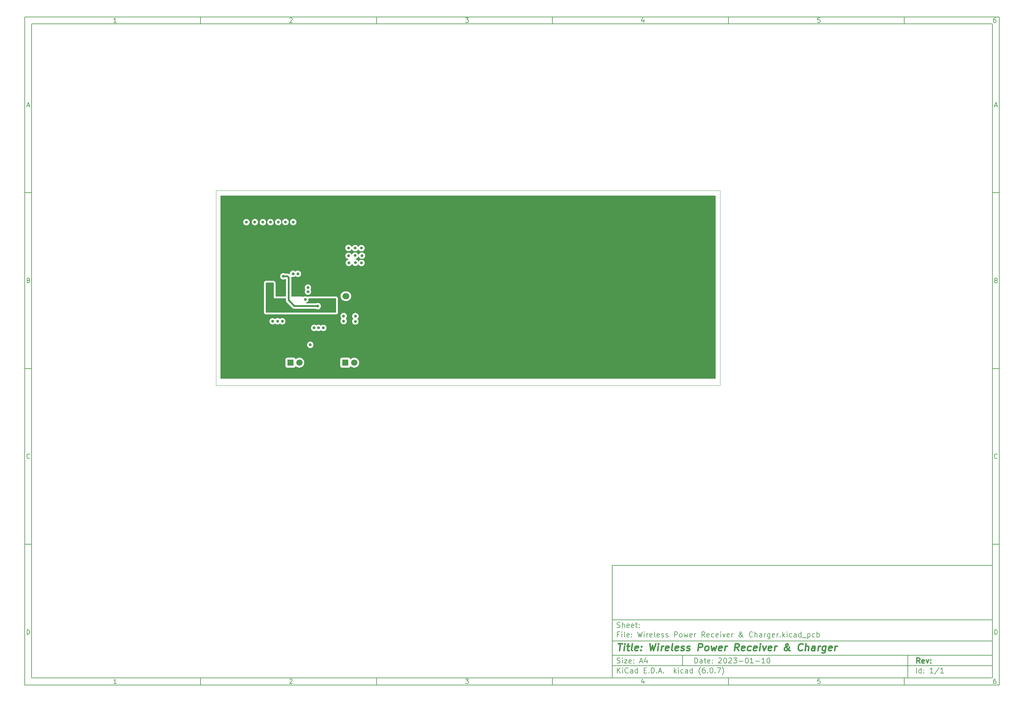
<source format=gbr>
%TF.GenerationSoftware,KiCad,Pcbnew,(6.0.7)*%
%TF.CreationDate,2023-01-12T19:29:25+03:00*%
%TF.ProjectId,Wireless Power Receiver & Charger,57697265-6c65-4737-9320-506f77657220,rev?*%
%TF.SameCoordinates,Original*%
%TF.FileFunction,Copper,L4,Bot*%
%TF.FilePolarity,Positive*%
%FSLAX46Y46*%
G04 Gerber Fmt 4.6, Leading zero omitted, Abs format (unit mm)*
G04 Created by KiCad (PCBNEW (6.0.7)) date 2023-01-12 19:29:25*
%MOMM*%
%LPD*%
G01*
G04 APERTURE LIST*
G04 Aperture macros list*
%AMRoundRect*
0 Rectangle with rounded corners*
0 $1 Rounding radius*
0 $2 $3 $4 $5 $6 $7 $8 $9 X,Y pos of 4 corners*
0 Add a 4 corners polygon primitive as box body*
4,1,4,$2,$3,$4,$5,$6,$7,$8,$9,$2,$3,0*
0 Add four circle primitives for the rounded corners*
1,1,$1+$1,$2,$3*
1,1,$1+$1,$4,$5*
1,1,$1+$1,$6,$7*
1,1,$1+$1,$8,$9*
0 Add four rect primitives between the rounded corners*
20,1,$1+$1,$2,$3,$4,$5,0*
20,1,$1+$1,$4,$5,$6,$7,0*
20,1,$1+$1,$6,$7,$8,$9,0*
20,1,$1+$1,$8,$9,$2,$3,0*%
G04 Aperture macros list end*
%ADD10C,0.100000*%
%ADD11C,0.150000*%
%ADD12C,0.300000*%
%ADD13C,0.400000*%
%TA.AperFunction,Profile*%
%ADD14C,0.100000*%
%TD*%
%TA.AperFunction,ComponentPad*%
%ADD15C,0.800000*%
%TD*%
%TA.AperFunction,ComponentPad*%
%ADD16C,5.000000*%
%TD*%
%TA.AperFunction,ComponentPad*%
%ADD17R,1.800000X1.800000*%
%TD*%
%TA.AperFunction,ComponentPad*%
%ADD18C,1.800000*%
%TD*%
%TA.AperFunction,ComponentPad*%
%ADD19C,0.600000*%
%TD*%
%TA.AperFunction,SMDPad,CuDef*%
%ADD20R,2.100000X2.100000*%
%TD*%
%TA.AperFunction,ComponentPad*%
%ADD21RoundRect,0.250000X0.750000X-0.600000X0.750000X0.600000X-0.750000X0.600000X-0.750000X-0.600000X0*%
%TD*%
%TA.AperFunction,ComponentPad*%
%ADD22O,2.000000X1.700000*%
%TD*%
%TA.AperFunction,ComponentPad*%
%ADD23C,2.000000*%
%TD*%
%TA.AperFunction,ViaPad*%
%ADD24C,0.800000*%
%TD*%
%TA.AperFunction,Conductor*%
%ADD25C,0.500000*%
%TD*%
G04 APERTURE END LIST*
D10*
D11*
X177002200Y-166007200D02*
X177002200Y-198007200D01*
X285002200Y-198007200D01*
X285002200Y-166007200D01*
X177002200Y-166007200D01*
D10*
D11*
X10000000Y-10000000D02*
X10000000Y-200007200D01*
X287002200Y-200007200D01*
X287002200Y-10000000D01*
X10000000Y-10000000D01*
D10*
D11*
X12000000Y-12000000D02*
X12000000Y-198007200D01*
X285002200Y-198007200D01*
X285002200Y-12000000D01*
X12000000Y-12000000D01*
D10*
D11*
X60000000Y-12000000D02*
X60000000Y-10000000D01*
D10*
D11*
X110000000Y-12000000D02*
X110000000Y-10000000D01*
D10*
D11*
X160000000Y-12000000D02*
X160000000Y-10000000D01*
D10*
D11*
X210000000Y-12000000D02*
X210000000Y-10000000D01*
D10*
D11*
X260000000Y-12000000D02*
X260000000Y-10000000D01*
D10*
D11*
X36065476Y-11588095D02*
X35322619Y-11588095D01*
X35694047Y-11588095D02*
X35694047Y-10288095D01*
X35570238Y-10473809D01*
X35446428Y-10597619D01*
X35322619Y-10659523D01*
D10*
D11*
X85322619Y-10411904D02*
X85384523Y-10350000D01*
X85508333Y-10288095D01*
X85817857Y-10288095D01*
X85941666Y-10350000D01*
X86003571Y-10411904D01*
X86065476Y-10535714D01*
X86065476Y-10659523D01*
X86003571Y-10845238D01*
X85260714Y-11588095D01*
X86065476Y-11588095D01*
D10*
D11*
X135260714Y-10288095D02*
X136065476Y-10288095D01*
X135632142Y-10783333D01*
X135817857Y-10783333D01*
X135941666Y-10845238D01*
X136003571Y-10907142D01*
X136065476Y-11030952D01*
X136065476Y-11340476D01*
X136003571Y-11464285D01*
X135941666Y-11526190D01*
X135817857Y-11588095D01*
X135446428Y-11588095D01*
X135322619Y-11526190D01*
X135260714Y-11464285D01*
D10*
D11*
X185941666Y-10721428D02*
X185941666Y-11588095D01*
X185632142Y-10226190D02*
X185322619Y-11154761D01*
X186127380Y-11154761D01*
D10*
D11*
X236003571Y-10288095D02*
X235384523Y-10288095D01*
X235322619Y-10907142D01*
X235384523Y-10845238D01*
X235508333Y-10783333D01*
X235817857Y-10783333D01*
X235941666Y-10845238D01*
X236003571Y-10907142D01*
X236065476Y-11030952D01*
X236065476Y-11340476D01*
X236003571Y-11464285D01*
X235941666Y-11526190D01*
X235817857Y-11588095D01*
X235508333Y-11588095D01*
X235384523Y-11526190D01*
X235322619Y-11464285D01*
D10*
D11*
X285941666Y-10288095D02*
X285694047Y-10288095D01*
X285570238Y-10350000D01*
X285508333Y-10411904D01*
X285384523Y-10597619D01*
X285322619Y-10845238D01*
X285322619Y-11340476D01*
X285384523Y-11464285D01*
X285446428Y-11526190D01*
X285570238Y-11588095D01*
X285817857Y-11588095D01*
X285941666Y-11526190D01*
X286003571Y-11464285D01*
X286065476Y-11340476D01*
X286065476Y-11030952D01*
X286003571Y-10907142D01*
X285941666Y-10845238D01*
X285817857Y-10783333D01*
X285570238Y-10783333D01*
X285446428Y-10845238D01*
X285384523Y-10907142D01*
X285322619Y-11030952D01*
D10*
D11*
X60000000Y-198007200D02*
X60000000Y-200007200D01*
D10*
D11*
X110000000Y-198007200D02*
X110000000Y-200007200D01*
D10*
D11*
X160000000Y-198007200D02*
X160000000Y-200007200D01*
D10*
D11*
X210000000Y-198007200D02*
X210000000Y-200007200D01*
D10*
D11*
X260000000Y-198007200D02*
X260000000Y-200007200D01*
D10*
D11*
X36065476Y-199595295D02*
X35322619Y-199595295D01*
X35694047Y-199595295D02*
X35694047Y-198295295D01*
X35570238Y-198481009D01*
X35446428Y-198604819D01*
X35322619Y-198666723D01*
D10*
D11*
X85322619Y-198419104D02*
X85384523Y-198357200D01*
X85508333Y-198295295D01*
X85817857Y-198295295D01*
X85941666Y-198357200D01*
X86003571Y-198419104D01*
X86065476Y-198542914D01*
X86065476Y-198666723D01*
X86003571Y-198852438D01*
X85260714Y-199595295D01*
X86065476Y-199595295D01*
D10*
D11*
X135260714Y-198295295D02*
X136065476Y-198295295D01*
X135632142Y-198790533D01*
X135817857Y-198790533D01*
X135941666Y-198852438D01*
X136003571Y-198914342D01*
X136065476Y-199038152D01*
X136065476Y-199347676D01*
X136003571Y-199471485D01*
X135941666Y-199533390D01*
X135817857Y-199595295D01*
X135446428Y-199595295D01*
X135322619Y-199533390D01*
X135260714Y-199471485D01*
D10*
D11*
X185941666Y-198728628D02*
X185941666Y-199595295D01*
X185632142Y-198233390D02*
X185322619Y-199161961D01*
X186127380Y-199161961D01*
D10*
D11*
X236003571Y-198295295D02*
X235384523Y-198295295D01*
X235322619Y-198914342D01*
X235384523Y-198852438D01*
X235508333Y-198790533D01*
X235817857Y-198790533D01*
X235941666Y-198852438D01*
X236003571Y-198914342D01*
X236065476Y-199038152D01*
X236065476Y-199347676D01*
X236003571Y-199471485D01*
X235941666Y-199533390D01*
X235817857Y-199595295D01*
X235508333Y-199595295D01*
X235384523Y-199533390D01*
X235322619Y-199471485D01*
D10*
D11*
X285941666Y-198295295D02*
X285694047Y-198295295D01*
X285570238Y-198357200D01*
X285508333Y-198419104D01*
X285384523Y-198604819D01*
X285322619Y-198852438D01*
X285322619Y-199347676D01*
X285384523Y-199471485D01*
X285446428Y-199533390D01*
X285570238Y-199595295D01*
X285817857Y-199595295D01*
X285941666Y-199533390D01*
X286003571Y-199471485D01*
X286065476Y-199347676D01*
X286065476Y-199038152D01*
X286003571Y-198914342D01*
X285941666Y-198852438D01*
X285817857Y-198790533D01*
X285570238Y-198790533D01*
X285446428Y-198852438D01*
X285384523Y-198914342D01*
X285322619Y-199038152D01*
D10*
D11*
X10000000Y-60000000D02*
X12000000Y-60000000D01*
D10*
D11*
X10000000Y-110000000D02*
X12000000Y-110000000D01*
D10*
D11*
X10000000Y-160000000D02*
X12000000Y-160000000D01*
D10*
D11*
X10690476Y-35216666D02*
X11309523Y-35216666D01*
X10566666Y-35588095D02*
X11000000Y-34288095D01*
X11433333Y-35588095D01*
D10*
D11*
X11092857Y-84907142D02*
X11278571Y-84969047D01*
X11340476Y-85030952D01*
X11402380Y-85154761D01*
X11402380Y-85340476D01*
X11340476Y-85464285D01*
X11278571Y-85526190D01*
X11154761Y-85588095D01*
X10659523Y-85588095D01*
X10659523Y-84288095D01*
X11092857Y-84288095D01*
X11216666Y-84350000D01*
X11278571Y-84411904D01*
X11340476Y-84535714D01*
X11340476Y-84659523D01*
X11278571Y-84783333D01*
X11216666Y-84845238D01*
X11092857Y-84907142D01*
X10659523Y-84907142D01*
D10*
D11*
X11402380Y-135464285D02*
X11340476Y-135526190D01*
X11154761Y-135588095D01*
X11030952Y-135588095D01*
X10845238Y-135526190D01*
X10721428Y-135402380D01*
X10659523Y-135278571D01*
X10597619Y-135030952D01*
X10597619Y-134845238D01*
X10659523Y-134597619D01*
X10721428Y-134473809D01*
X10845238Y-134350000D01*
X11030952Y-134288095D01*
X11154761Y-134288095D01*
X11340476Y-134350000D01*
X11402380Y-134411904D01*
D10*
D11*
X10659523Y-185588095D02*
X10659523Y-184288095D01*
X10969047Y-184288095D01*
X11154761Y-184350000D01*
X11278571Y-184473809D01*
X11340476Y-184597619D01*
X11402380Y-184845238D01*
X11402380Y-185030952D01*
X11340476Y-185278571D01*
X11278571Y-185402380D01*
X11154761Y-185526190D01*
X10969047Y-185588095D01*
X10659523Y-185588095D01*
D10*
D11*
X287002200Y-60000000D02*
X285002200Y-60000000D01*
D10*
D11*
X287002200Y-110000000D02*
X285002200Y-110000000D01*
D10*
D11*
X287002200Y-160000000D02*
X285002200Y-160000000D01*
D10*
D11*
X285692676Y-35216666D02*
X286311723Y-35216666D01*
X285568866Y-35588095D02*
X286002200Y-34288095D01*
X286435533Y-35588095D01*
D10*
D11*
X286095057Y-84907142D02*
X286280771Y-84969047D01*
X286342676Y-85030952D01*
X286404580Y-85154761D01*
X286404580Y-85340476D01*
X286342676Y-85464285D01*
X286280771Y-85526190D01*
X286156961Y-85588095D01*
X285661723Y-85588095D01*
X285661723Y-84288095D01*
X286095057Y-84288095D01*
X286218866Y-84350000D01*
X286280771Y-84411904D01*
X286342676Y-84535714D01*
X286342676Y-84659523D01*
X286280771Y-84783333D01*
X286218866Y-84845238D01*
X286095057Y-84907142D01*
X285661723Y-84907142D01*
D10*
D11*
X286404580Y-135464285D02*
X286342676Y-135526190D01*
X286156961Y-135588095D01*
X286033152Y-135588095D01*
X285847438Y-135526190D01*
X285723628Y-135402380D01*
X285661723Y-135278571D01*
X285599819Y-135030952D01*
X285599819Y-134845238D01*
X285661723Y-134597619D01*
X285723628Y-134473809D01*
X285847438Y-134350000D01*
X286033152Y-134288095D01*
X286156961Y-134288095D01*
X286342676Y-134350000D01*
X286404580Y-134411904D01*
D10*
D11*
X285661723Y-185588095D02*
X285661723Y-184288095D01*
X285971247Y-184288095D01*
X286156961Y-184350000D01*
X286280771Y-184473809D01*
X286342676Y-184597619D01*
X286404580Y-184845238D01*
X286404580Y-185030952D01*
X286342676Y-185278571D01*
X286280771Y-185402380D01*
X286156961Y-185526190D01*
X285971247Y-185588095D01*
X285661723Y-185588095D01*
D10*
D11*
X200434342Y-193785771D02*
X200434342Y-192285771D01*
X200791485Y-192285771D01*
X201005771Y-192357200D01*
X201148628Y-192500057D01*
X201220057Y-192642914D01*
X201291485Y-192928628D01*
X201291485Y-193142914D01*
X201220057Y-193428628D01*
X201148628Y-193571485D01*
X201005771Y-193714342D01*
X200791485Y-193785771D01*
X200434342Y-193785771D01*
X202577200Y-193785771D02*
X202577200Y-193000057D01*
X202505771Y-192857200D01*
X202362914Y-192785771D01*
X202077200Y-192785771D01*
X201934342Y-192857200D01*
X202577200Y-193714342D02*
X202434342Y-193785771D01*
X202077200Y-193785771D01*
X201934342Y-193714342D01*
X201862914Y-193571485D01*
X201862914Y-193428628D01*
X201934342Y-193285771D01*
X202077200Y-193214342D01*
X202434342Y-193214342D01*
X202577200Y-193142914D01*
X203077200Y-192785771D02*
X203648628Y-192785771D01*
X203291485Y-192285771D02*
X203291485Y-193571485D01*
X203362914Y-193714342D01*
X203505771Y-193785771D01*
X203648628Y-193785771D01*
X204720057Y-193714342D02*
X204577200Y-193785771D01*
X204291485Y-193785771D01*
X204148628Y-193714342D01*
X204077200Y-193571485D01*
X204077200Y-193000057D01*
X204148628Y-192857200D01*
X204291485Y-192785771D01*
X204577200Y-192785771D01*
X204720057Y-192857200D01*
X204791485Y-193000057D01*
X204791485Y-193142914D01*
X204077200Y-193285771D01*
X205434342Y-193642914D02*
X205505771Y-193714342D01*
X205434342Y-193785771D01*
X205362914Y-193714342D01*
X205434342Y-193642914D01*
X205434342Y-193785771D01*
X205434342Y-192857200D02*
X205505771Y-192928628D01*
X205434342Y-193000057D01*
X205362914Y-192928628D01*
X205434342Y-192857200D01*
X205434342Y-193000057D01*
X207220057Y-192428628D02*
X207291485Y-192357200D01*
X207434342Y-192285771D01*
X207791485Y-192285771D01*
X207934342Y-192357200D01*
X208005771Y-192428628D01*
X208077200Y-192571485D01*
X208077200Y-192714342D01*
X208005771Y-192928628D01*
X207148628Y-193785771D01*
X208077200Y-193785771D01*
X209005771Y-192285771D02*
X209148628Y-192285771D01*
X209291485Y-192357200D01*
X209362914Y-192428628D01*
X209434342Y-192571485D01*
X209505771Y-192857200D01*
X209505771Y-193214342D01*
X209434342Y-193500057D01*
X209362914Y-193642914D01*
X209291485Y-193714342D01*
X209148628Y-193785771D01*
X209005771Y-193785771D01*
X208862914Y-193714342D01*
X208791485Y-193642914D01*
X208720057Y-193500057D01*
X208648628Y-193214342D01*
X208648628Y-192857200D01*
X208720057Y-192571485D01*
X208791485Y-192428628D01*
X208862914Y-192357200D01*
X209005771Y-192285771D01*
X210077200Y-192428628D02*
X210148628Y-192357200D01*
X210291485Y-192285771D01*
X210648628Y-192285771D01*
X210791485Y-192357200D01*
X210862914Y-192428628D01*
X210934342Y-192571485D01*
X210934342Y-192714342D01*
X210862914Y-192928628D01*
X210005771Y-193785771D01*
X210934342Y-193785771D01*
X211434342Y-192285771D02*
X212362914Y-192285771D01*
X211862914Y-192857200D01*
X212077200Y-192857200D01*
X212220057Y-192928628D01*
X212291485Y-193000057D01*
X212362914Y-193142914D01*
X212362914Y-193500057D01*
X212291485Y-193642914D01*
X212220057Y-193714342D01*
X212077200Y-193785771D01*
X211648628Y-193785771D01*
X211505771Y-193714342D01*
X211434342Y-193642914D01*
X213005771Y-193214342D02*
X214148628Y-193214342D01*
X215148628Y-192285771D02*
X215291485Y-192285771D01*
X215434342Y-192357200D01*
X215505771Y-192428628D01*
X215577200Y-192571485D01*
X215648628Y-192857200D01*
X215648628Y-193214342D01*
X215577200Y-193500057D01*
X215505771Y-193642914D01*
X215434342Y-193714342D01*
X215291485Y-193785771D01*
X215148628Y-193785771D01*
X215005771Y-193714342D01*
X214934342Y-193642914D01*
X214862914Y-193500057D01*
X214791485Y-193214342D01*
X214791485Y-192857200D01*
X214862914Y-192571485D01*
X214934342Y-192428628D01*
X215005771Y-192357200D01*
X215148628Y-192285771D01*
X217077200Y-193785771D02*
X216220057Y-193785771D01*
X216648628Y-193785771D02*
X216648628Y-192285771D01*
X216505771Y-192500057D01*
X216362914Y-192642914D01*
X216220057Y-192714342D01*
X217720057Y-193214342D02*
X218862914Y-193214342D01*
X220362914Y-193785771D02*
X219505771Y-193785771D01*
X219934342Y-193785771D02*
X219934342Y-192285771D01*
X219791485Y-192500057D01*
X219648628Y-192642914D01*
X219505771Y-192714342D01*
X221291485Y-192285771D02*
X221434342Y-192285771D01*
X221577200Y-192357200D01*
X221648628Y-192428628D01*
X221720057Y-192571485D01*
X221791485Y-192857200D01*
X221791485Y-193214342D01*
X221720057Y-193500057D01*
X221648628Y-193642914D01*
X221577200Y-193714342D01*
X221434342Y-193785771D01*
X221291485Y-193785771D01*
X221148628Y-193714342D01*
X221077200Y-193642914D01*
X221005771Y-193500057D01*
X220934342Y-193214342D01*
X220934342Y-192857200D01*
X221005771Y-192571485D01*
X221077200Y-192428628D01*
X221148628Y-192357200D01*
X221291485Y-192285771D01*
D10*
D11*
X177002200Y-194507200D02*
X285002200Y-194507200D01*
D10*
D11*
X178434342Y-196585771D02*
X178434342Y-195085771D01*
X179291485Y-196585771D02*
X178648628Y-195728628D01*
X179291485Y-195085771D02*
X178434342Y-195942914D01*
X179934342Y-196585771D02*
X179934342Y-195585771D01*
X179934342Y-195085771D02*
X179862914Y-195157200D01*
X179934342Y-195228628D01*
X180005771Y-195157200D01*
X179934342Y-195085771D01*
X179934342Y-195228628D01*
X181505771Y-196442914D02*
X181434342Y-196514342D01*
X181220057Y-196585771D01*
X181077200Y-196585771D01*
X180862914Y-196514342D01*
X180720057Y-196371485D01*
X180648628Y-196228628D01*
X180577200Y-195942914D01*
X180577200Y-195728628D01*
X180648628Y-195442914D01*
X180720057Y-195300057D01*
X180862914Y-195157200D01*
X181077200Y-195085771D01*
X181220057Y-195085771D01*
X181434342Y-195157200D01*
X181505771Y-195228628D01*
X182791485Y-196585771D02*
X182791485Y-195800057D01*
X182720057Y-195657200D01*
X182577200Y-195585771D01*
X182291485Y-195585771D01*
X182148628Y-195657200D01*
X182791485Y-196514342D02*
X182648628Y-196585771D01*
X182291485Y-196585771D01*
X182148628Y-196514342D01*
X182077200Y-196371485D01*
X182077200Y-196228628D01*
X182148628Y-196085771D01*
X182291485Y-196014342D01*
X182648628Y-196014342D01*
X182791485Y-195942914D01*
X184148628Y-196585771D02*
X184148628Y-195085771D01*
X184148628Y-196514342D02*
X184005771Y-196585771D01*
X183720057Y-196585771D01*
X183577200Y-196514342D01*
X183505771Y-196442914D01*
X183434342Y-196300057D01*
X183434342Y-195871485D01*
X183505771Y-195728628D01*
X183577200Y-195657200D01*
X183720057Y-195585771D01*
X184005771Y-195585771D01*
X184148628Y-195657200D01*
X186005771Y-195800057D02*
X186505771Y-195800057D01*
X186720057Y-196585771D02*
X186005771Y-196585771D01*
X186005771Y-195085771D01*
X186720057Y-195085771D01*
X187362914Y-196442914D02*
X187434342Y-196514342D01*
X187362914Y-196585771D01*
X187291485Y-196514342D01*
X187362914Y-196442914D01*
X187362914Y-196585771D01*
X188077200Y-196585771D02*
X188077200Y-195085771D01*
X188434342Y-195085771D01*
X188648628Y-195157200D01*
X188791485Y-195300057D01*
X188862914Y-195442914D01*
X188934342Y-195728628D01*
X188934342Y-195942914D01*
X188862914Y-196228628D01*
X188791485Y-196371485D01*
X188648628Y-196514342D01*
X188434342Y-196585771D01*
X188077200Y-196585771D01*
X189577200Y-196442914D02*
X189648628Y-196514342D01*
X189577200Y-196585771D01*
X189505771Y-196514342D01*
X189577200Y-196442914D01*
X189577200Y-196585771D01*
X190220057Y-196157200D02*
X190934342Y-196157200D01*
X190077200Y-196585771D02*
X190577200Y-195085771D01*
X191077200Y-196585771D01*
X191577200Y-196442914D02*
X191648628Y-196514342D01*
X191577200Y-196585771D01*
X191505771Y-196514342D01*
X191577200Y-196442914D01*
X191577200Y-196585771D01*
X194577200Y-196585771D02*
X194577200Y-195085771D01*
X194720057Y-196014342D02*
X195148628Y-196585771D01*
X195148628Y-195585771D02*
X194577200Y-196157200D01*
X195791485Y-196585771D02*
X195791485Y-195585771D01*
X195791485Y-195085771D02*
X195720057Y-195157200D01*
X195791485Y-195228628D01*
X195862914Y-195157200D01*
X195791485Y-195085771D01*
X195791485Y-195228628D01*
X197148628Y-196514342D02*
X197005771Y-196585771D01*
X196720057Y-196585771D01*
X196577200Y-196514342D01*
X196505771Y-196442914D01*
X196434342Y-196300057D01*
X196434342Y-195871485D01*
X196505771Y-195728628D01*
X196577200Y-195657200D01*
X196720057Y-195585771D01*
X197005771Y-195585771D01*
X197148628Y-195657200D01*
X198434342Y-196585771D02*
X198434342Y-195800057D01*
X198362914Y-195657200D01*
X198220057Y-195585771D01*
X197934342Y-195585771D01*
X197791485Y-195657200D01*
X198434342Y-196514342D02*
X198291485Y-196585771D01*
X197934342Y-196585771D01*
X197791485Y-196514342D01*
X197720057Y-196371485D01*
X197720057Y-196228628D01*
X197791485Y-196085771D01*
X197934342Y-196014342D01*
X198291485Y-196014342D01*
X198434342Y-195942914D01*
X199791485Y-196585771D02*
X199791485Y-195085771D01*
X199791485Y-196514342D02*
X199648628Y-196585771D01*
X199362914Y-196585771D01*
X199220057Y-196514342D01*
X199148628Y-196442914D01*
X199077200Y-196300057D01*
X199077200Y-195871485D01*
X199148628Y-195728628D01*
X199220057Y-195657200D01*
X199362914Y-195585771D01*
X199648628Y-195585771D01*
X199791485Y-195657200D01*
X202077200Y-197157200D02*
X202005771Y-197085771D01*
X201862914Y-196871485D01*
X201791485Y-196728628D01*
X201720057Y-196514342D01*
X201648628Y-196157200D01*
X201648628Y-195871485D01*
X201720057Y-195514342D01*
X201791485Y-195300057D01*
X201862914Y-195157200D01*
X202005771Y-194942914D01*
X202077200Y-194871485D01*
X203291485Y-195085771D02*
X203005771Y-195085771D01*
X202862914Y-195157200D01*
X202791485Y-195228628D01*
X202648628Y-195442914D01*
X202577200Y-195728628D01*
X202577200Y-196300057D01*
X202648628Y-196442914D01*
X202720057Y-196514342D01*
X202862914Y-196585771D01*
X203148628Y-196585771D01*
X203291485Y-196514342D01*
X203362914Y-196442914D01*
X203434342Y-196300057D01*
X203434342Y-195942914D01*
X203362914Y-195800057D01*
X203291485Y-195728628D01*
X203148628Y-195657200D01*
X202862914Y-195657200D01*
X202720057Y-195728628D01*
X202648628Y-195800057D01*
X202577200Y-195942914D01*
X204077200Y-196442914D02*
X204148628Y-196514342D01*
X204077200Y-196585771D01*
X204005771Y-196514342D01*
X204077200Y-196442914D01*
X204077200Y-196585771D01*
X205077200Y-195085771D02*
X205220057Y-195085771D01*
X205362914Y-195157200D01*
X205434342Y-195228628D01*
X205505771Y-195371485D01*
X205577200Y-195657200D01*
X205577200Y-196014342D01*
X205505771Y-196300057D01*
X205434342Y-196442914D01*
X205362914Y-196514342D01*
X205220057Y-196585771D01*
X205077200Y-196585771D01*
X204934342Y-196514342D01*
X204862914Y-196442914D01*
X204791485Y-196300057D01*
X204720057Y-196014342D01*
X204720057Y-195657200D01*
X204791485Y-195371485D01*
X204862914Y-195228628D01*
X204934342Y-195157200D01*
X205077200Y-195085771D01*
X206220057Y-196442914D02*
X206291485Y-196514342D01*
X206220057Y-196585771D01*
X206148628Y-196514342D01*
X206220057Y-196442914D01*
X206220057Y-196585771D01*
X206791485Y-195085771D02*
X207791485Y-195085771D01*
X207148628Y-196585771D01*
X208220057Y-197157200D02*
X208291485Y-197085771D01*
X208434342Y-196871485D01*
X208505771Y-196728628D01*
X208577200Y-196514342D01*
X208648628Y-196157200D01*
X208648628Y-195871485D01*
X208577200Y-195514342D01*
X208505771Y-195300057D01*
X208434342Y-195157200D01*
X208291485Y-194942914D01*
X208220057Y-194871485D01*
D10*
D11*
X177002200Y-191507200D02*
X285002200Y-191507200D01*
D10*
D12*
X264411485Y-193785771D02*
X263911485Y-193071485D01*
X263554342Y-193785771D02*
X263554342Y-192285771D01*
X264125771Y-192285771D01*
X264268628Y-192357200D01*
X264340057Y-192428628D01*
X264411485Y-192571485D01*
X264411485Y-192785771D01*
X264340057Y-192928628D01*
X264268628Y-193000057D01*
X264125771Y-193071485D01*
X263554342Y-193071485D01*
X265625771Y-193714342D02*
X265482914Y-193785771D01*
X265197200Y-193785771D01*
X265054342Y-193714342D01*
X264982914Y-193571485D01*
X264982914Y-193000057D01*
X265054342Y-192857200D01*
X265197200Y-192785771D01*
X265482914Y-192785771D01*
X265625771Y-192857200D01*
X265697200Y-193000057D01*
X265697200Y-193142914D01*
X264982914Y-193285771D01*
X266197200Y-192785771D02*
X266554342Y-193785771D01*
X266911485Y-192785771D01*
X267482914Y-193642914D02*
X267554342Y-193714342D01*
X267482914Y-193785771D01*
X267411485Y-193714342D01*
X267482914Y-193642914D01*
X267482914Y-193785771D01*
X267482914Y-192857200D02*
X267554342Y-192928628D01*
X267482914Y-193000057D01*
X267411485Y-192928628D01*
X267482914Y-192857200D01*
X267482914Y-193000057D01*
D10*
D11*
X178362914Y-193714342D02*
X178577200Y-193785771D01*
X178934342Y-193785771D01*
X179077200Y-193714342D01*
X179148628Y-193642914D01*
X179220057Y-193500057D01*
X179220057Y-193357200D01*
X179148628Y-193214342D01*
X179077200Y-193142914D01*
X178934342Y-193071485D01*
X178648628Y-193000057D01*
X178505771Y-192928628D01*
X178434342Y-192857200D01*
X178362914Y-192714342D01*
X178362914Y-192571485D01*
X178434342Y-192428628D01*
X178505771Y-192357200D01*
X178648628Y-192285771D01*
X179005771Y-192285771D01*
X179220057Y-192357200D01*
X179862914Y-193785771D02*
X179862914Y-192785771D01*
X179862914Y-192285771D02*
X179791485Y-192357200D01*
X179862914Y-192428628D01*
X179934342Y-192357200D01*
X179862914Y-192285771D01*
X179862914Y-192428628D01*
X180434342Y-192785771D02*
X181220057Y-192785771D01*
X180434342Y-193785771D01*
X181220057Y-193785771D01*
X182362914Y-193714342D02*
X182220057Y-193785771D01*
X181934342Y-193785771D01*
X181791485Y-193714342D01*
X181720057Y-193571485D01*
X181720057Y-193000057D01*
X181791485Y-192857200D01*
X181934342Y-192785771D01*
X182220057Y-192785771D01*
X182362914Y-192857200D01*
X182434342Y-193000057D01*
X182434342Y-193142914D01*
X181720057Y-193285771D01*
X183077200Y-193642914D02*
X183148628Y-193714342D01*
X183077200Y-193785771D01*
X183005771Y-193714342D01*
X183077200Y-193642914D01*
X183077200Y-193785771D01*
X183077200Y-192857200D02*
X183148628Y-192928628D01*
X183077200Y-193000057D01*
X183005771Y-192928628D01*
X183077200Y-192857200D01*
X183077200Y-193000057D01*
X184862914Y-193357200D02*
X185577200Y-193357200D01*
X184720057Y-193785771D02*
X185220057Y-192285771D01*
X185720057Y-193785771D01*
X186862914Y-192785771D02*
X186862914Y-193785771D01*
X186505771Y-192214342D02*
X186148628Y-193285771D01*
X187077200Y-193285771D01*
D10*
D11*
X263434342Y-196585771D02*
X263434342Y-195085771D01*
X264791485Y-196585771D02*
X264791485Y-195085771D01*
X264791485Y-196514342D02*
X264648628Y-196585771D01*
X264362914Y-196585771D01*
X264220057Y-196514342D01*
X264148628Y-196442914D01*
X264077200Y-196300057D01*
X264077200Y-195871485D01*
X264148628Y-195728628D01*
X264220057Y-195657200D01*
X264362914Y-195585771D01*
X264648628Y-195585771D01*
X264791485Y-195657200D01*
X265505771Y-196442914D02*
X265577200Y-196514342D01*
X265505771Y-196585771D01*
X265434342Y-196514342D01*
X265505771Y-196442914D01*
X265505771Y-196585771D01*
X265505771Y-195657200D02*
X265577200Y-195728628D01*
X265505771Y-195800057D01*
X265434342Y-195728628D01*
X265505771Y-195657200D01*
X265505771Y-195800057D01*
X268148628Y-196585771D02*
X267291485Y-196585771D01*
X267720057Y-196585771D02*
X267720057Y-195085771D01*
X267577200Y-195300057D01*
X267434342Y-195442914D01*
X267291485Y-195514342D01*
X269862914Y-195014342D02*
X268577200Y-196942914D01*
X271148628Y-196585771D02*
X270291485Y-196585771D01*
X270720057Y-196585771D02*
X270720057Y-195085771D01*
X270577200Y-195300057D01*
X270434342Y-195442914D01*
X270291485Y-195514342D01*
D10*
D11*
X177002200Y-187507200D02*
X285002200Y-187507200D01*
D10*
D13*
X178714580Y-188211961D02*
X179857438Y-188211961D01*
X179036009Y-190211961D02*
X179286009Y-188211961D01*
X180274104Y-190211961D02*
X180440771Y-188878628D01*
X180524104Y-188211961D02*
X180416961Y-188307200D01*
X180500295Y-188402438D01*
X180607438Y-188307200D01*
X180524104Y-188211961D01*
X180500295Y-188402438D01*
X181107438Y-188878628D02*
X181869342Y-188878628D01*
X181476485Y-188211961D02*
X181262200Y-189926247D01*
X181333628Y-190116723D01*
X181512200Y-190211961D01*
X181702676Y-190211961D01*
X182655057Y-190211961D02*
X182476485Y-190116723D01*
X182405057Y-189926247D01*
X182619342Y-188211961D01*
X184190771Y-190116723D02*
X183988390Y-190211961D01*
X183607438Y-190211961D01*
X183428866Y-190116723D01*
X183357438Y-189926247D01*
X183452676Y-189164342D01*
X183571723Y-188973866D01*
X183774104Y-188878628D01*
X184155057Y-188878628D01*
X184333628Y-188973866D01*
X184405057Y-189164342D01*
X184381247Y-189354819D01*
X183405057Y-189545295D01*
X185155057Y-190021485D02*
X185238390Y-190116723D01*
X185131247Y-190211961D01*
X185047914Y-190116723D01*
X185155057Y-190021485D01*
X185131247Y-190211961D01*
X185286009Y-188973866D02*
X185369342Y-189069104D01*
X185262200Y-189164342D01*
X185178866Y-189069104D01*
X185286009Y-188973866D01*
X185262200Y-189164342D01*
X187666961Y-188211961D02*
X187893152Y-190211961D01*
X188452676Y-188783390D01*
X188655057Y-190211961D01*
X189381247Y-188211961D01*
X189893152Y-190211961D02*
X190059819Y-188878628D01*
X190143152Y-188211961D02*
X190036009Y-188307200D01*
X190119342Y-188402438D01*
X190226485Y-188307200D01*
X190143152Y-188211961D01*
X190119342Y-188402438D01*
X190845533Y-190211961D02*
X191012200Y-188878628D01*
X190964580Y-189259580D02*
X191083628Y-189069104D01*
X191190771Y-188973866D01*
X191393152Y-188878628D01*
X191583628Y-188878628D01*
X192857438Y-190116723D02*
X192655057Y-190211961D01*
X192274104Y-190211961D01*
X192095533Y-190116723D01*
X192024104Y-189926247D01*
X192119342Y-189164342D01*
X192238390Y-188973866D01*
X192440771Y-188878628D01*
X192821723Y-188878628D01*
X193000295Y-188973866D01*
X193071723Y-189164342D01*
X193047914Y-189354819D01*
X192071723Y-189545295D01*
X194083628Y-190211961D02*
X193905057Y-190116723D01*
X193833628Y-189926247D01*
X194047914Y-188211961D01*
X195619342Y-190116723D02*
X195416961Y-190211961D01*
X195036009Y-190211961D01*
X194857438Y-190116723D01*
X194786009Y-189926247D01*
X194881247Y-189164342D01*
X195000295Y-188973866D01*
X195202676Y-188878628D01*
X195583628Y-188878628D01*
X195762200Y-188973866D01*
X195833628Y-189164342D01*
X195809819Y-189354819D01*
X194833628Y-189545295D01*
X196476485Y-190116723D02*
X196655057Y-190211961D01*
X197036009Y-190211961D01*
X197238390Y-190116723D01*
X197357438Y-189926247D01*
X197369342Y-189831009D01*
X197297914Y-189640533D01*
X197119342Y-189545295D01*
X196833628Y-189545295D01*
X196655057Y-189450057D01*
X196583628Y-189259580D01*
X196595533Y-189164342D01*
X196714580Y-188973866D01*
X196916961Y-188878628D01*
X197202676Y-188878628D01*
X197381247Y-188973866D01*
X198095533Y-190116723D02*
X198274104Y-190211961D01*
X198655057Y-190211961D01*
X198857438Y-190116723D01*
X198976485Y-189926247D01*
X198988390Y-189831009D01*
X198916961Y-189640533D01*
X198738390Y-189545295D01*
X198452676Y-189545295D01*
X198274104Y-189450057D01*
X198202676Y-189259580D01*
X198214580Y-189164342D01*
X198333628Y-188973866D01*
X198536009Y-188878628D01*
X198821723Y-188878628D01*
X199000295Y-188973866D01*
X201321723Y-190211961D02*
X201571723Y-188211961D01*
X202333628Y-188211961D01*
X202512200Y-188307200D01*
X202595533Y-188402438D01*
X202666961Y-188592914D01*
X202631247Y-188878628D01*
X202512200Y-189069104D01*
X202405057Y-189164342D01*
X202202676Y-189259580D01*
X201440771Y-189259580D01*
X203607438Y-190211961D02*
X203428866Y-190116723D01*
X203345533Y-190021485D01*
X203274104Y-189831009D01*
X203345533Y-189259580D01*
X203464580Y-189069104D01*
X203571723Y-188973866D01*
X203774104Y-188878628D01*
X204059819Y-188878628D01*
X204238390Y-188973866D01*
X204321723Y-189069104D01*
X204393152Y-189259580D01*
X204321723Y-189831009D01*
X204202676Y-190021485D01*
X204095533Y-190116723D01*
X203893152Y-190211961D01*
X203607438Y-190211961D01*
X205107438Y-188878628D02*
X205321723Y-190211961D01*
X205821723Y-189259580D01*
X206083628Y-190211961D01*
X206631247Y-188878628D01*
X208000295Y-190116723D02*
X207797914Y-190211961D01*
X207416961Y-190211961D01*
X207238390Y-190116723D01*
X207166961Y-189926247D01*
X207262200Y-189164342D01*
X207381247Y-188973866D01*
X207583628Y-188878628D01*
X207964580Y-188878628D01*
X208143152Y-188973866D01*
X208214580Y-189164342D01*
X208190771Y-189354819D01*
X207214580Y-189545295D01*
X208940771Y-190211961D02*
X209107438Y-188878628D01*
X209059819Y-189259580D02*
X209178866Y-189069104D01*
X209286009Y-188973866D01*
X209488390Y-188878628D01*
X209678866Y-188878628D01*
X212845533Y-190211961D02*
X212297914Y-189259580D01*
X211702676Y-190211961D02*
X211952676Y-188211961D01*
X212714580Y-188211961D01*
X212893152Y-188307200D01*
X212976485Y-188402438D01*
X213047914Y-188592914D01*
X213012200Y-188878628D01*
X212893152Y-189069104D01*
X212786009Y-189164342D01*
X212583628Y-189259580D01*
X211821723Y-189259580D01*
X214476485Y-190116723D02*
X214274104Y-190211961D01*
X213893152Y-190211961D01*
X213714580Y-190116723D01*
X213643152Y-189926247D01*
X213738390Y-189164342D01*
X213857438Y-188973866D01*
X214059819Y-188878628D01*
X214440771Y-188878628D01*
X214619342Y-188973866D01*
X214690771Y-189164342D01*
X214666961Y-189354819D01*
X213690771Y-189545295D01*
X216286009Y-190116723D02*
X216083628Y-190211961D01*
X215702676Y-190211961D01*
X215524104Y-190116723D01*
X215440771Y-190021485D01*
X215369342Y-189831009D01*
X215440771Y-189259580D01*
X215559819Y-189069104D01*
X215666961Y-188973866D01*
X215869342Y-188878628D01*
X216250295Y-188878628D01*
X216428866Y-188973866D01*
X217905057Y-190116723D02*
X217702676Y-190211961D01*
X217321723Y-190211961D01*
X217143152Y-190116723D01*
X217071723Y-189926247D01*
X217166961Y-189164342D01*
X217286009Y-188973866D01*
X217488390Y-188878628D01*
X217869342Y-188878628D01*
X218047914Y-188973866D01*
X218119342Y-189164342D01*
X218095533Y-189354819D01*
X217119342Y-189545295D01*
X218845533Y-190211961D02*
X219012200Y-188878628D01*
X219095533Y-188211961D02*
X218988390Y-188307200D01*
X219071723Y-188402438D01*
X219178866Y-188307200D01*
X219095533Y-188211961D01*
X219071723Y-188402438D01*
X219774104Y-188878628D02*
X220083628Y-190211961D01*
X220726485Y-188878628D01*
X222095533Y-190116723D02*
X221893152Y-190211961D01*
X221512200Y-190211961D01*
X221333628Y-190116723D01*
X221262200Y-189926247D01*
X221357438Y-189164342D01*
X221476485Y-188973866D01*
X221678866Y-188878628D01*
X222059819Y-188878628D01*
X222238390Y-188973866D01*
X222309819Y-189164342D01*
X222286009Y-189354819D01*
X221309819Y-189545295D01*
X223036009Y-190211961D02*
X223202676Y-188878628D01*
X223155057Y-189259580D02*
X223274104Y-189069104D01*
X223381247Y-188973866D01*
X223583628Y-188878628D01*
X223774104Y-188878628D01*
X227416961Y-190211961D02*
X227321723Y-190211961D01*
X227143152Y-190116723D01*
X226893152Y-189831009D01*
X226488390Y-189259580D01*
X226333628Y-188973866D01*
X226274104Y-188688152D01*
X226297914Y-188497676D01*
X226416961Y-188307200D01*
X226619342Y-188211961D01*
X226714580Y-188211961D01*
X226893152Y-188307200D01*
X226964580Y-188497676D01*
X226952676Y-188592914D01*
X226833628Y-188783390D01*
X226726485Y-188878628D01*
X226107438Y-189259580D01*
X226000295Y-189354819D01*
X225881247Y-189545295D01*
X225845533Y-189831009D01*
X225916961Y-190021485D01*
X226000295Y-190116723D01*
X226178866Y-190211961D01*
X226464580Y-190211961D01*
X226666961Y-190116723D01*
X226774104Y-190021485D01*
X227107438Y-189640533D01*
X227238390Y-189354819D01*
X227262200Y-189164342D01*
X230964580Y-190021485D02*
X230857438Y-190116723D01*
X230559819Y-190211961D01*
X230369342Y-190211961D01*
X230095533Y-190116723D01*
X229928866Y-189926247D01*
X229857438Y-189735771D01*
X229809819Y-189354819D01*
X229845533Y-189069104D01*
X229988390Y-188688152D01*
X230107438Y-188497676D01*
X230321723Y-188307200D01*
X230619342Y-188211961D01*
X230809819Y-188211961D01*
X231083628Y-188307200D01*
X231166961Y-188402438D01*
X231797914Y-190211961D02*
X232047914Y-188211961D01*
X232655057Y-190211961D02*
X232786009Y-189164342D01*
X232714580Y-188973866D01*
X232536009Y-188878628D01*
X232250295Y-188878628D01*
X232047914Y-188973866D01*
X231940771Y-189069104D01*
X234464580Y-190211961D02*
X234595533Y-189164342D01*
X234524104Y-188973866D01*
X234345533Y-188878628D01*
X233964580Y-188878628D01*
X233762200Y-188973866D01*
X234476485Y-190116723D02*
X234274104Y-190211961D01*
X233797914Y-190211961D01*
X233619342Y-190116723D01*
X233547914Y-189926247D01*
X233571723Y-189735771D01*
X233690771Y-189545295D01*
X233893152Y-189450057D01*
X234369342Y-189450057D01*
X234571723Y-189354819D01*
X235416961Y-190211961D02*
X235583628Y-188878628D01*
X235536009Y-189259580D02*
X235655057Y-189069104D01*
X235762200Y-188973866D01*
X235964580Y-188878628D01*
X236155057Y-188878628D01*
X237678866Y-188878628D02*
X237476485Y-190497676D01*
X237357438Y-190688152D01*
X237250295Y-190783390D01*
X237047914Y-190878628D01*
X236762200Y-190878628D01*
X236583628Y-190783390D01*
X237524104Y-190116723D02*
X237321723Y-190211961D01*
X236940771Y-190211961D01*
X236762200Y-190116723D01*
X236678866Y-190021485D01*
X236607438Y-189831009D01*
X236678866Y-189259580D01*
X236797914Y-189069104D01*
X236905057Y-188973866D01*
X237107438Y-188878628D01*
X237488390Y-188878628D01*
X237666961Y-188973866D01*
X239238390Y-190116723D02*
X239036009Y-190211961D01*
X238655057Y-190211961D01*
X238476485Y-190116723D01*
X238405057Y-189926247D01*
X238500295Y-189164342D01*
X238619342Y-188973866D01*
X238821723Y-188878628D01*
X239202676Y-188878628D01*
X239381247Y-188973866D01*
X239452676Y-189164342D01*
X239428866Y-189354819D01*
X238452676Y-189545295D01*
X240178866Y-190211961D02*
X240345533Y-188878628D01*
X240297914Y-189259580D02*
X240416961Y-189069104D01*
X240524104Y-188973866D01*
X240726485Y-188878628D01*
X240916961Y-188878628D01*
D10*
D11*
X178934342Y-185600057D02*
X178434342Y-185600057D01*
X178434342Y-186385771D02*
X178434342Y-184885771D01*
X179148628Y-184885771D01*
X179720057Y-186385771D02*
X179720057Y-185385771D01*
X179720057Y-184885771D02*
X179648628Y-184957200D01*
X179720057Y-185028628D01*
X179791485Y-184957200D01*
X179720057Y-184885771D01*
X179720057Y-185028628D01*
X180648628Y-186385771D02*
X180505771Y-186314342D01*
X180434342Y-186171485D01*
X180434342Y-184885771D01*
X181791485Y-186314342D02*
X181648628Y-186385771D01*
X181362914Y-186385771D01*
X181220057Y-186314342D01*
X181148628Y-186171485D01*
X181148628Y-185600057D01*
X181220057Y-185457200D01*
X181362914Y-185385771D01*
X181648628Y-185385771D01*
X181791485Y-185457200D01*
X181862914Y-185600057D01*
X181862914Y-185742914D01*
X181148628Y-185885771D01*
X182505771Y-186242914D02*
X182577200Y-186314342D01*
X182505771Y-186385771D01*
X182434342Y-186314342D01*
X182505771Y-186242914D01*
X182505771Y-186385771D01*
X182505771Y-185457200D02*
X182577200Y-185528628D01*
X182505771Y-185600057D01*
X182434342Y-185528628D01*
X182505771Y-185457200D01*
X182505771Y-185600057D01*
X184220057Y-184885771D02*
X184577200Y-186385771D01*
X184862914Y-185314342D01*
X185148628Y-186385771D01*
X185505771Y-184885771D01*
X186077200Y-186385771D02*
X186077200Y-185385771D01*
X186077200Y-184885771D02*
X186005771Y-184957200D01*
X186077200Y-185028628D01*
X186148628Y-184957200D01*
X186077200Y-184885771D01*
X186077200Y-185028628D01*
X186791485Y-186385771D02*
X186791485Y-185385771D01*
X186791485Y-185671485D02*
X186862914Y-185528628D01*
X186934342Y-185457200D01*
X187077200Y-185385771D01*
X187220057Y-185385771D01*
X188291485Y-186314342D02*
X188148628Y-186385771D01*
X187862914Y-186385771D01*
X187720057Y-186314342D01*
X187648628Y-186171485D01*
X187648628Y-185600057D01*
X187720057Y-185457200D01*
X187862914Y-185385771D01*
X188148628Y-185385771D01*
X188291485Y-185457200D01*
X188362914Y-185600057D01*
X188362914Y-185742914D01*
X187648628Y-185885771D01*
X189220057Y-186385771D02*
X189077200Y-186314342D01*
X189005771Y-186171485D01*
X189005771Y-184885771D01*
X190362914Y-186314342D02*
X190220057Y-186385771D01*
X189934342Y-186385771D01*
X189791485Y-186314342D01*
X189720057Y-186171485D01*
X189720057Y-185600057D01*
X189791485Y-185457200D01*
X189934342Y-185385771D01*
X190220057Y-185385771D01*
X190362914Y-185457200D01*
X190434342Y-185600057D01*
X190434342Y-185742914D01*
X189720057Y-185885771D01*
X191005771Y-186314342D02*
X191148628Y-186385771D01*
X191434342Y-186385771D01*
X191577200Y-186314342D01*
X191648628Y-186171485D01*
X191648628Y-186100057D01*
X191577200Y-185957200D01*
X191434342Y-185885771D01*
X191220057Y-185885771D01*
X191077200Y-185814342D01*
X191005771Y-185671485D01*
X191005771Y-185600057D01*
X191077200Y-185457200D01*
X191220057Y-185385771D01*
X191434342Y-185385771D01*
X191577200Y-185457200D01*
X192220057Y-186314342D02*
X192362914Y-186385771D01*
X192648628Y-186385771D01*
X192791485Y-186314342D01*
X192862914Y-186171485D01*
X192862914Y-186100057D01*
X192791485Y-185957200D01*
X192648628Y-185885771D01*
X192434342Y-185885771D01*
X192291485Y-185814342D01*
X192220057Y-185671485D01*
X192220057Y-185600057D01*
X192291485Y-185457200D01*
X192434342Y-185385771D01*
X192648628Y-185385771D01*
X192791485Y-185457200D01*
X194648628Y-186385771D02*
X194648628Y-184885771D01*
X195220057Y-184885771D01*
X195362914Y-184957200D01*
X195434342Y-185028628D01*
X195505771Y-185171485D01*
X195505771Y-185385771D01*
X195434342Y-185528628D01*
X195362914Y-185600057D01*
X195220057Y-185671485D01*
X194648628Y-185671485D01*
X196362914Y-186385771D02*
X196220057Y-186314342D01*
X196148628Y-186242914D01*
X196077200Y-186100057D01*
X196077200Y-185671485D01*
X196148628Y-185528628D01*
X196220057Y-185457200D01*
X196362914Y-185385771D01*
X196577200Y-185385771D01*
X196720057Y-185457200D01*
X196791485Y-185528628D01*
X196862914Y-185671485D01*
X196862914Y-186100057D01*
X196791485Y-186242914D01*
X196720057Y-186314342D01*
X196577200Y-186385771D01*
X196362914Y-186385771D01*
X197362914Y-185385771D02*
X197648628Y-186385771D01*
X197934342Y-185671485D01*
X198220057Y-186385771D01*
X198505771Y-185385771D01*
X199648628Y-186314342D02*
X199505771Y-186385771D01*
X199220057Y-186385771D01*
X199077200Y-186314342D01*
X199005771Y-186171485D01*
X199005771Y-185600057D01*
X199077200Y-185457200D01*
X199220057Y-185385771D01*
X199505771Y-185385771D01*
X199648628Y-185457200D01*
X199720057Y-185600057D01*
X199720057Y-185742914D01*
X199005771Y-185885771D01*
X200362914Y-186385771D02*
X200362914Y-185385771D01*
X200362914Y-185671485D02*
X200434342Y-185528628D01*
X200505771Y-185457200D01*
X200648628Y-185385771D01*
X200791485Y-185385771D01*
X203291485Y-186385771D02*
X202791485Y-185671485D01*
X202434342Y-186385771D02*
X202434342Y-184885771D01*
X203005771Y-184885771D01*
X203148628Y-184957200D01*
X203220057Y-185028628D01*
X203291485Y-185171485D01*
X203291485Y-185385771D01*
X203220057Y-185528628D01*
X203148628Y-185600057D01*
X203005771Y-185671485D01*
X202434342Y-185671485D01*
X204505771Y-186314342D02*
X204362914Y-186385771D01*
X204077200Y-186385771D01*
X203934342Y-186314342D01*
X203862914Y-186171485D01*
X203862914Y-185600057D01*
X203934342Y-185457200D01*
X204077200Y-185385771D01*
X204362914Y-185385771D01*
X204505771Y-185457200D01*
X204577200Y-185600057D01*
X204577200Y-185742914D01*
X203862914Y-185885771D01*
X205862914Y-186314342D02*
X205720057Y-186385771D01*
X205434342Y-186385771D01*
X205291485Y-186314342D01*
X205220057Y-186242914D01*
X205148628Y-186100057D01*
X205148628Y-185671485D01*
X205220057Y-185528628D01*
X205291485Y-185457200D01*
X205434342Y-185385771D01*
X205720057Y-185385771D01*
X205862914Y-185457200D01*
X207077200Y-186314342D02*
X206934342Y-186385771D01*
X206648628Y-186385771D01*
X206505771Y-186314342D01*
X206434342Y-186171485D01*
X206434342Y-185600057D01*
X206505771Y-185457200D01*
X206648628Y-185385771D01*
X206934342Y-185385771D01*
X207077200Y-185457200D01*
X207148628Y-185600057D01*
X207148628Y-185742914D01*
X206434342Y-185885771D01*
X207791485Y-186385771D02*
X207791485Y-185385771D01*
X207791485Y-184885771D02*
X207720057Y-184957200D01*
X207791485Y-185028628D01*
X207862914Y-184957200D01*
X207791485Y-184885771D01*
X207791485Y-185028628D01*
X208362914Y-185385771D02*
X208720057Y-186385771D01*
X209077200Y-185385771D01*
X210220057Y-186314342D02*
X210077200Y-186385771D01*
X209791485Y-186385771D01*
X209648628Y-186314342D01*
X209577200Y-186171485D01*
X209577200Y-185600057D01*
X209648628Y-185457200D01*
X209791485Y-185385771D01*
X210077200Y-185385771D01*
X210220057Y-185457200D01*
X210291485Y-185600057D01*
X210291485Y-185742914D01*
X209577200Y-185885771D01*
X210934342Y-186385771D02*
X210934342Y-185385771D01*
X210934342Y-185671485D02*
X211005771Y-185528628D01*
X211077200Y-185457200D01*
X211220057Y-185385771D01*
X211362914Y-185385771D01*
X214220057Y-186385771D02*
X214148628Y-186385771D01*
X214005771Y-186314342D01*
X213791485Y-186100057D01*
X213434342Y-185671485D01*
X213291485Y-185457200D01*
X213220057Y-185242914D01*
X213220057Y-185100057D01*
X213291485Y-184957200D01*
X213434342Y-184885771D01*
X213505771Y-184885771D01*
X213648628Y-184957200D01*
X213720057Y-185100057D01*
X213720057Y-185171485D01*
X213648628Y-185314342D01*
X213577200Y-185385771D01*
X213148628Y-185671485D01*
X213077200Y-185742914D01*
X213005771Y-185885771D01*
X213005771Y-186100057D01*
X213077200Y-186242914D01*
X213148628Y-186314342D01*
X213291485Y-186385771D01*
X213505771Y-186385771D01*
X213648628Y-186314342D01*
X213720057Y-186242914D01*
X213934342Y-185957200D01*
X214005771Y-185742914D01*
X214005771Y-185600057D01*
X216862914Y-186242914D02*
X216791485Y-186314342D01*
X216577200Y-186385771D01*
X216434342Y-186385771D01*
X216220057Y-186314342D01*
X216077200Y-186171485D01*
X216005771Y-186028628D01*
X215934342Y-185742914D01*
X215934342Y-185528628D01*
X216005771Y-185242914D01*
X216077200Y-185100057D01*
X216220057Y-184957200D01*
X216434342Y-184885771D01*
X216577200Y-184885771D01*
X216791485Y-184957200D01*
X216862914Y-185028628D01*
X217505771Y-186385771D02*
X217505771Y-184885771D01*
X218148628Y-186385771D02*
X218148628Y-185600057D01*
X218077200Y-185457200D01*
X217934342Y-185385771D01*
X217720057Y-185385771D01*
X217577200Y-185457200D01*
X217505771Y-185528628D01*
X219505771Y-186385771D02*
X219505771Y-185600057D01*
X219434342Y-185457200D01*
X219291485Y-185385771D01*
X219005771Y-185385771D01*
X218862914Y-185457200D01*
X219505771Y-186314342D02*
X219362914Y-186385771D01*
X219005771Y-186385771D01*
X218862914Y-186314342D01*
X218791485Y-186171485D01*
X218791485Y-186028628D01*
X218862914Y-185885771D01*
X219005771Y-185814342D01*
X219362914Y-185814342D01*
X219505771Y-185742914D01*
X220220057Y-186385771D02*
X220220057Y-185385771D01*
X220220057Y-185671485D02*
X220291485Y-185528628D01*
X220362914Y-185457200D01*
X220505771Y-185385771D01*
X220648628Y-185385771D01*
X221791485Y-185385771D02*
X221791485Y-186600057D01*
X221720057Y-186742914D01*
X221648628Y-186814342D01*
X221505771Y-186885771D01*
X221291485Y-186885771D01*
X221148628Y-186814342D01*
X221791485Y-186314342D02*
X221648628Y-186385771D01*
X221362914Y-186385771D01*
X221220057Y-186314342D01*
X221148628Y-186242914D01*
X221077200Y-186100057D01*
X221077200Y-185671485D01*
X221148628Y-185528628D01*
X221220057Y-185457200D01*
X221362914Y-185385771D01*
X221648628Y-185385771D01*
X221791485Y-185457200D01*
X223077200Y-186314342D02*
X222934342Y-186385771D01*
X222648628Y-186385771D01*
X222505771Y-186314342D01*
X222434342Y-186171485D01*
X222434342Y-185600057D01*
X222505771Y-185457200D01*
X222648628Y-185385771D01*
X222934342Y-185385771D01*
X223077200Y-185457200D01*
X223148628Y-185600057D01*
X223148628Y-185742914D01*
X222434342Y-185885771D01*
X223791485Y-186385771D02*
X223791485Y-185385771D01*
X223791485Y-185671485D02*
X223862914Y-185528628D01*
X223934342Y-185457200D01*
X224077200Y-185385771D01*
X224220057Y-185385771D01*
X224720057Y-186242914D02*
X224791485Y-186314342D01*
X224720057Y-186385771D01*
X224648628Y-186314342D01*
X224720057Y-186242914D01*
X224720057Y-186385771D01*
X225434342Y-186385771D02*
X225434342Y-184885771D01*
X225577200Y-185814342D02*
X226005771Y-186385771D01*
X226005771Y-185385771D02*
X225434342Y-185957200D01*
X226648628Y-186385771D02*
X226648628Y-185385771D01*
X226648628Y-184885771D02*
X226577200Y-184957200D01*
X226648628Y-185028628D01*
X226720057Y-184957200D01*
X226648628Y-184885771D01*
X226648628Y-185028628D01*
X228005771Y-186314342D02*
X227862914Y-186385771D01*
X227577200Y-186385771D01*
X227434342Y-186314342D01*
X227362914Y-186242914D01*
X227291485Y-186100057D01*
X227291485Y-185671485D01*
X227362914Y-185528628D01*
X227434342Y-185457200D01*
X227577200Y-185385771D01*
X227862914Y-185385771D01*
X228005771Y-185457200D01*
X229291485Y-186385771D02*
X229291485Y-185600057D01*
X229220057Y-185457200D01*
X229077200Y-185385771D01*
X228791485Y-185385771D01*
X228648628Y-185457200D01*
X229291485Y-186314342D02*
X229148628Y-186385771D01*
X228791485Y-186385771D01*
X228648628Y-186314342D01*
X228577200Y-186171485D01*
X228577200Y-186028628D01*
X228648628Y-185885771D01*
X228791485Y-185814342D01*
X229148628Y-185814342D01*
X229291485Y-185742914D01*
X230648628Y-186385771D02*
X230648628Y-184885771D01*
X230648628Y-186314342D02*
X230505771Y-186385771D01*
X230220057Y-186385771D01*
X230077200Y-186314342D01*
X230005771Y-186242914D01*
X229934342Y-186100057D01*
X229934342Y-185671485D01*
X230005771Y-185528628D01*
X230077200Y-185457200D01*
X230220057Y-185385771D01*
X230505771Y-185385771D01*
X230648628Y-185457200D01*
X231005771Y-186528628D02*
X232148628Y-186528628D01*
X232505771Y-185385771D02*
X232505771Y-186885771D01*
X232505771Y-185457200D02*
X232648628Y-185385771D01*
X232934342Y-185385771D01*
X233077200Y-185457200D01*
X233148628Y-185528628D01*
X233220057Y-185671485D01*
X233220057Y-186100057D01*
X233148628Y-186242914D01*
X233077200Y-186314342D01*
X232934342Y-186385771D01*
X232648628Y-186385771D01*
X232505771Y-186314342D01*
X234505771Y-186314342D02*
X234362914Y-186385771D01*
X234077200Y-186385771D01*
X233934342Y-186314342D01*
X233862914Y-186242914D01*
X233791485Y-186100057D01*
X233791485Y-185671485D01*
X233862914Y-185528628D01*
X233934342Y-185457200D01*
X234077200Y-185385771D01*
X234362914Y-185385771D01*
X234505771Y-185457200D01*
X235148628Y-186385771D02*
X235148628Y-184885771D01*
X235148628Y-185457200D02*
X235291485Y-185385771D01*
X235577200Y-185385771D01*
X235720057Y-185457200D01*
X235791485Y-185528628D01*
X235862914Y-185671485D01*
X235862914Y-186100057D01*
X235791485Y-186242914D01*
X235720057Y-186314342D01*
X235577200Y-186385771D01*
X235291485Y-186385771D01*
X235148628Y-186314342D01*
D10*
D11*
X177002200Y-181507200D02*
X285002200Y-181507200D01*
D10*
D11*
X178362914Y-183614342D02*
X178577200Y-183685771D01*
X178934342Y-183685771D01*
X179077200Y-183614342D01*
X179148628Y-183542914D01*
X179220057Y-183400057D01*
X179220057Y-183257200D01*
X179148628Y-183114342D01*
X179077200Y-183042914D01*
X178934342Y-182971485D01*
X178648628Y-182900057D01*
X178505771Y-182828628D01*
X178434342Y-182757200D01*
X178362914Y-182614342D01*
X178362914Y-182471485D01*
X178434342Y-182328628D01*
X178505771Y-182257200D01*
X178648628Y-182185771D01*
X179005771Y-182185771D01*
X179220057Y-182257200D01*
X179862914Y-183685771D02*
X179862914Y-182185771D01*
X180505771Y-183685771D02*
X180505771Y-182900057D01*
X180434342Y-182757200D01*
X180291485Y-182685771D01*
X180077200Y-182685771D01*
X179934342Y-182757200D01*
X179862914Y-182828628D01*
X181791485Y-183614342D02*
X181648628Y-183685771D01*
X181362914Y-183685771D01*
X181220057Y-183614342D01*
X181148628Y-183471485D01*
X181148628Y-182900057D01*
X181220057Y-182757200D01*
X181362914Y-182685771D01*
X181648628Y-182685771D01*
X181791485Y-182757200D01*
X181862914Y-182900057D01*
X181862914Y-183042914D01*
X181148628Y-183185771D01*
X183077200Y-183614342D02*
X182934342Y-183685771D01*
X182648628Y-183685771D01*
X182505771Y-183614342D01*
X182434342Y-183471485D01*
X182434342Y-182900057D01*
X182505771Y-182757200D01*
X182648628Y-182685771D01*
X182934342Y-182685771D01*
X183077200Y-182757200D01*
X183148628Y-182900057D01*
X183148628Y-183042914D01*
X182434342Y-183185771D01*
X183577200Y-182685771D02*
X184148628Y-182685771D01*
X183791485Y-182185771D02*
X183791485Y-183471485D01*
X183862914Y-183614342D01*
X184005771Y-183685771D01*
X184148628Y-183685771D01*
X184648628Y-183542914D02*
X184720057Y-183614342D01*
X184648628Y-183685771D01*
X184577200Y-183614342D01*
X184648628Y-183542914D01*
X184648628Y-183685771D01*
X184648628Y-182757200D02*
X184720057Y-182828628D01*
X184648628Y-182900057D01*
X184577200Y-182828628D01*
X184648628Y-182757200D01*
X184648628Y-182900057D01*
D10*
D12*
D10*
D11*
D10*
D11*
D10*
D11*
D10*
D11*
D10*
D11*
X197002200Y-191507200D02*
X197002200Y-194507200D01*
D10*
D11*
X261002200Y-191507200D02*
X261002200Y-198007200D01*
D14*
X64375000Y-59400000D02*
X207600000Y-59400000D01*
X207600000Y-59400000D02*
X207600000Y-114825000D01*
X207600000Y-114825000D02*
X64375000Y-114825000D01*
X64375000Y-114825000D02*
X64375000Y-59400000D01*
D15*
%TO.P,H3,1,1*%
%TO.N,GND*%
X204950825Y-111450825D03*
X203625000Y-108250000D03*
X201750000Y-110125000D03*
D16*
X203625000Y-110125000D03*
D15*
X204950825Y-108799175D03*
X202299175Y-108799175D03*
X205500000Y-110125000D03*
X203625000Y-112000000D03*
X202299175Y-111450825D03*
%TD*%
D17*
%TO.P,D5,1,K*%
%TO.N,FAULT*%
X85525000Y-108325000D03*
D18*
%TO.P,D5,2,A*%
%TO.N,Net-(D5-Pad2)*%
X88065000Y-108325000D03*
%TD*%
D19*
%TO.P,U1,17,GND*%
%TO.N,GND*%
X86225000Y-87150000D03*
D20*
X86975000Y-87150000D03*
D19*
X86975000Y-86400000D03*
X87725000Y-87900000D03*
X87725000Y-86400000D03*
X86975000Y-87900000D03*
X86225000Y-87900000D03*
X87725000Y-87150000D03*
X86975000Y-87150000D03*
X86225000Y-86400000D03*
%TD*%
D15*
%TO.P,H2,1,1*%
%TO.N,GND*%
X201700000Y-63625000D03*
X202249175Y-62299175D03*
X204900825Y-62299175D03*
X205450000Y-63625000D03*
X204900825Y-64950825D03*
X203575000Y-65500000D03*
X203575000Y-61750000D03*
D16*
X203575000Y-63625000D03*
D15*
X202249175Y-64950825D03*
%TD*%
%TO.P,H4,1,1*%
%TO.N,GND*%
X70325000Y-110050000D03*
X69775825Y-108724175D03*
X67124175Y-108724175D03*
X66575000Y-110050000D03*
X68450000Y-111925000D03*
D16*
X68450000Y-110050000D03*
D15*
X68450000Y-108175000D03*
X67124175Y-111375825D03*
X69775825Y-111375825D03*
%TD*%
D21*
%TO.P,J2,1,Pin_1*%
%TO.N,GND*%
X101275000Y-91925000D03*
D22*
%TO.P,J2,2,Pin_2*%
%TO.N,NTC*%
X101275000Y-89425000D03*
%TD*%
D17*
%TO.P,D6,1,K*%
%TO.N,CHRG*%
X101125000Y-108325000D03*
D18*
%TO.P,D6,2,A*%
%TO.N,Net-(D6-Pad2)*%
X103665000Y-108325000D03*
%TD*%
D15*
%TO.P,H1,1,1*%
%TO.N,GND*%
X67124175Y-62249175D03*
X67124175Y-64900825D03*
X68450000Y-65450000D03*
X70325000Y-63575000D03*
X69775825Y-64900825D03*
X68450000Y-61700000D03*
X69775825Y-62249175D03*
X66575000Y-63575000D03*
D16*
X68450000Y-63575000D03*
%TD*%
D23*
%TO.P,L1,1,1*%
%TO.N,GND*%
X97075000Y-82150000D03*
%TO.P,L1,2,2*%
%TO.N,/PowerIn*%
X96975000Y-91850000D03*
%TD*%
D24*
%TO.N,GND*%
X85275000Y-75875000D03*
X86525000Y-98550000D03*
X88750000Y-75850000D03*
X80250000Y-83850000D03*
X85650000Y-97400000D03*
X81550000Y-75875000D03*
%TO.N,/Freq*%
X93275000Y-92250000D03*
X83525000Y-83775000D03*
%TO.N,LED+*%
X100650000Y-96525000D03*
X75425000Y-68350000D03*
X84125000Y-68325000D03*
X91175000Y-103250000D03*
X93500000Y-98425000D03*
X103975000Y-96600000D03*
X104000000Y-95100000D03*
X79850000Y-68375000D03*
X77700000Y-68375000D03*
X82050000Y-68350000D03*
X94900000Y-98450000D03*
X86325000Y-68350000D03*
X73025000Y-68375000D03*
X92275000Y-98425000D03*
X100650000Y-95075000D03*
%TO.N,FAULT*%
X86275000Y-83050000D03*
%TO.N,CHRG*%
X87650000Y-83050000D03*
%TO.N,BAT+*%
X90500000Y-88125000D03*
X102025000Y-75700000D03*
X105850000Y-77900000D03*
X103925000Y-77875000D03*
X102050000Y-77925000D03*
X90500000Y-87000000D03*
X105725000Y-79975000D03*
X103975000Y-79900000D03*
X103900000Y-75750000D03*
X102125000Y-79950000D03*
X105700000Y-75750000D03*
%TO.N,/Inductor*%
X81875000Y-96550000D03*
X83225000Y-96550000D03*
X89750000Y-90375000D03*
X80475000Y-96550000D03*
%TO.N,/PowerIn*%
X79625000Y-86525000D03*
%TD*%
D25*
%TO.N,/Freq*%
X85000000Y-84075000D02*
X85000000Y-90575000D01*
X86675000Y-92250000D02*
X93275000Y-92250000D01*
X83525000Y-83775000D02*
X84700000Y-83775000D01*
X85000000Y-90575000D02*
X86675000Y-92250000D01*
X84700000Y-83775000D02*
X85000000Y-84075000D01*
%TD*%
%TA.AperFunction,Conductor*%
%TO.N,GND*%
G36*
X206317121Y-60820002D02*
G01*
X206363614Y-60873658D01*
X206375000Y-60926000D01*
X206375000Y-112774000D01*
X206354998Y-112842121D01*
X206301342Y-112888614D01*
X206249000Y-112900000D01*
X65801000Y-112900000D01*
X65732879Y-112879998D01*
X65686386Y-112826342D01*
X65675000Y-112774000D01*
X65675000Y-109273134D01*
X84116500Y-109273134D01*
X84123255Y-109335316D01*
X84174385Y-109471705D01*
X84261739Y-109588261D01*
X84378295Y-109675615D01*
X84514684Y-109726745D01*
X84576866Y-109733500D01*
X86473134Y-109733500D01*
X86535316Y-109726745D01*
X86671705Y-109675615D01*
X86788261Y-109588261D01*
X86875615Y-109471705D01*
X86900180Y-109406178D01*
X86942822Y-109349414D01*
X87009383Y-109324714D01*
X87078732Y-109339921D01*
X87098647Y-109353464D01*
X87163724Y-109407492D01*
X87254349Y-109482730D01*
X87454322Y-109599584D01*
X87670694Y-109682209D01*
X87675760Y-109683240D01*
X87675761Y-109683240D01*
X87728846Y-109694040D01*
X87897656Y-109728385D01*
X88027089Y-109733131D01*
X88123949Y-109736683D01*
X88123953Y-109736683D01*
X88129113Y-109736872D01*
X88134233Y-109736216D01*
X88134235Y-109736216D01*
X88208166Y-109726745D01*
X88358847Y-109707442D01*
X88363795Y-109705957D01*
X88363802Y-109705956D01*
X88575747Y-109642369D01*
X88580690Y-109640886D01*
X88661236Y-109601427D01*
X88784049Y-109541262D01*
X88784052Y-109541260D01*
X88788684Y-109538991D01*
X88977243Y-109404494D01*
X89109062Y-109273134D01*
X99716500Y-109273134D01*
X99723255Y-109335316D01*
X99774385Y-109471705D01*
X99861739Y-109588261D01*
X99978295Y-109675615D01*
X100114684Y-109726745D01*
X100176866Y-109733500D01*
X102073134Y-109733500D01*
X102135316Y-109726745D01*
X102271705Y-109675615D01*
X102388261Y-109588261D01*
X102475615Y-109471705D01*
X102500180Y-109406178D01*
X102542822Y-109349414D01*
X102609383Y-109324714D01*
X102678732Y-109339921D01*
X102698647Y-109353464D01*
X102763724Y-109407492D01*
X102854349Y-109482730D01*
X103054322Y-109599584D01*
X103270694Y-109682209D01*
X103275760Y-109683240D01*
X103275761Y-109683240D01*
X103328846Y-109694040D01*
X103497656Y-109728385D01*
X103627089Y-109733131D01*
X103723949Y-109736683D01*
X103723953Y-109736683D01*
X103729113Y-109736872D01*
X103734233Y-109736216D01*
X103734235Y-109736216D01*
X103808166Y-109726745D01*
X103958847Y-109707442D01*
X103963795Y-109705957D01*
X103963802Y-109705956D01*
X104175747Y-109642369D01*
X104180690Y-109640886D01*
X104261236Y-109601427D01*
X104384049Y-109541262D01*
X104384052Y-109541260D01*
X104388684Y-109538991D01*
X104577243Y-109404494D01*
X104741303Y-109241005D01*
X104876458Y-109052917D01*
X104979078Y-108845280D01*
X105046408Y-108623671D01*
X105076640Y-108394041D01*
X105078327Y-108325000D01*
X105072032Y-108248434D01*
X105059773Y-108099318D01*
X105059772Y-108099312D01*
X105059349Y-108094167D01*
X105002925Y-107869533D01*
X104910570Y-107657131D01*
X104784764Y-107462665D01*
X104628887Y-107291358D01*
X104624836Y-107288159D01*
X104624832Y-107288155D01*
X104451177Y-107151011D01*
X104451172Y-107151008D01*
X104447123Y-107147810D01*
X104442607Y-107145317D01*
X104442604Y-107145315D01*
X104248879Y-107038373D01*
X104248875Y-107038371D01*
X104244355Y-107035876D01*
X104239486Y-107034152D01*
X104239482Y-107034150D01*
X104030903Y-106960288D01*
X104030899Y-106960287D01*
X104026028Y-106958562D01*
X104020935Y-106957655D01*
X104020932Y-106957654D01*
X103803095Y-106918851D01*
X103803089Y-106918850D01*
X103798006Y-106917945D01*
X103725096Y-106917054D01*
X103571581Y-106915179D01*
X103571579Y-106915179D01*
X103566411Y-106915116D01*
X103337464Y-106950150D01*
X103117314Y-107022106D01*
X103112726Y-107024494D01*
X103112722Y-107024496D01*
X102916461Y-107126663D01*
X102911872Y-107129052D01*
X102907739Y-107132155D01*
X102907736Y-107132157D01*
X102835088Y-107186703D01*
X102726655Y-107268117D01*
X102709170Y-107286414D01*
X102647646Y-107321844D01*
X102576733Y-107318387D01*
X102518947Y-107277141D01*
X102500094Y-107243592D01*
X102478768Y-107186705D01*
X102478767Y-107186703D01*
X102475615Y-107178295D01*
X102388261Y-107061739D01*
X102271705Y-106974385D01*
X102135316Y-106923255D01*
X102073134Y-106916500D01*
X100176866Y-106916500D01*
X100114684Y-106923255D01*
X99978295Y-106974385D01*
X99861739Y-107061739D01*
X99774385Y-107178295D01*
X99723255Y-107314684D01*
X99716500Y-107376866D01*
X99716500Y-109273134D01*
X89109062Y-109273134D01*
X89141303Y-109241005D01*
X89276458Y-109052917D01*
X89379078Y-108845280D01*
X89446408Y-108623671D01*
X89476640Y-108394041D01*
X89478327Y-108325000D01*
X89472032Y-108248434D01*
X89459773Y-108099318D01*
X89459772Y-108099312D01*
X89459349Y-108094167D01*
X89402925Y-107869533D01*
X89310570Y-107657131D01*
X89184764Y-107462665D01*
X89028887Y-107291358D01*
X89024836Y-107288159D01*
X89024832Y-107288155D01*
X88851177Y-107151011D01*
X88851172Y-107151008D01*
X88847123Y-107147810D01*
X88842607Y-107145317D01*
X88842604Y-107145315D01*
X88648879Y-107038373D01*
X88648875Y-107038371D01*
X88644355Y-107035876D01*
X88639486Y-107034152D01*
X88639482Y-107034150D01*
X88430903Y-106960288D01*
X88430899Y-106960287D01*
X88426028Y-106958562D01*
X88420935Y-106957655D01*
X88420932Y-106957654D01*
X88203095Y-106918851D01*
X88203089Y-106918850D01*
X88198006Y-106917945D01*
X88125096Y-106917054D01*
X87971581Y-106915179D01*
X87971579Y-106915179D01*
X87966411Y-106915116D01*
X87737464Y-106950150D01*
X87517314Y-107022106D01*
X87512726Y-107024494D01*
X87512722Y-107024496D01*
X87316461Y-107126663D01*
X87311872Y-107129052D01*
X87307739Y-107132155D01*
X87307736Y-107132157D01*
X87235088Y-107186703D01*
X87126655Y-107268117D01*
X87109170Y-107286414D01*
X87047646Y-107321844D01*
X86976733Y-107318387D01*
X86918947Y-107277141D01*
X86900094Y-107243592D01*
X86878768Y-107186705D01*
X86878767Y-107186703D01*
X86875615Y-107178295D01*
X86788261Y-107061739D01*
X86671705Y-106974385D01*
X86535316Y-106923255D01*
X86473134Y-106916500D01*
X84576866Y-106916500D01*
X84514684Y-106923255D01*
X84378295Y-106974385D01*
X84261739Y-107061739D01*
X84174385Y-107178295D01*
X84123255Y-107314684D01*
X84116500Y-107376866D01*
X84116500Y-109273134D01*
X65675000Y-109273134D01*
X65675000Y-103250000D01*
X90261496Y-103250000D01*
X90281458Y-103439928D01*
X90340473Y-103621556D01*
X90435960Y-103786944D01*
X90563747Y-103928866D01*
X90718248Y-104041118D01*
X90724276Y-104043802D01*
X90724278Y-104043803D01*
X90886681Y-104116109D01*
X90892712Y-104118794D01*
X90986112Y-104138647D01*
X91073056Y-104157128D01*
X91073061Y-104157128D01*
X91079513Y-104158500D01*
X91270487Y-104158500D01*
X91276939Y-104157128D01*
X91276944Y-104157128D01*
X91363888Y-104138647D01*
X91457288Y-104118794D01*
X91463319Y-104116109D01*
X91625722Y-104043803D01*
X91625724Y-104043802D01*
X91631752Y-104041118D01*
X91786253Y-103928866D01*
X91914040Y-103786944D01*
X92009527Y-103621556D01*
X92068542Y-103439928D01*
X92088504Y-103250000D01*
X92068542Y-103060072D01*
X92009527Y-102878444D01*
X91914040Y-102713056D01*
X91786253Y-102571134D01*
X91631752Y-102458882D01*
X91625724Y-102456198D01*
X91625722Y-102456197D01*
X91463319Y-102383891D01*
X91463318Y-102383891D01*
X91457288Y-102381206D01*
X91363887Y-102361353D01*
X91276944Y-102342872D01*
X91276939Y-102342872D01*
X91270487Y-102341500D01*
X91079513Y-102341500D01*
X91073061Y-102342872D01*
X91073056Y-102342872D01*
X90986113Y-102361353D01*
X90892712Y-102381206D01*
X90886682Y-102383891D01*
X90886681Y-102383891D01*
X90724278Y-102456197D01*
X90724276Y-102456198D01*
X90718248Y-102458882D01*
X90563747Y-102571134D01*
X90435960Y-102713056D01*
X90340473Y-102878444D01*
X90281458Y-103060072D01*
X90261496Y-103250000D01*
X65675000Y-103250000D01*
X65675000Y-98425000D01*
X91361496Y-98425000D01*
X91381458Y-98614928D01*
X91440473Y-98796556D01*
X91535960Y-98961944D01*
X91540378Y-98966851D01*
X91540379Y-98966852D01*
X91558470Y-98986944D01*
X91663747Y-99103866D01*
X91818248Y-99216118D01*
X91824276Y-99218802D01*
X91824278Y-99218803D01*
X91986681Y-99291109D01*
X91992712Y-99293794D01*
X92086112Y-99313647D01*
X92173056Y-99332128D01*
X92173061Y-99332128D01*
X92179513Y-99333500D01*
X92370487Y-99333500D01*
X92376939Y-99332128D01*
X92376944Y-99332128D01*
X92463888Y-99313647D01*
X92557288Y-99293794D01*
X92563319Y-99291109D01*
X92725722Y-99218803D01*
X92725724Y-99218802D01*
X92731752Y-99216118D01*
X92813438Y-99156769D01*
X92880307Y-99132910D01*
X92949458Y-99148991D01*
X92961561Y-99156769D01*
X93043248Y-99216118D01*
X93049276Y-99218802D01*
X93049278Y-99218803D01*
X93211681Y-99291109D01*
X93217712Y-99293794D01*
X93311112Y-99313647D01*
X93398056Y-99332128D01*
X93398061Y-99332128D01*
X93404513Y-99333500D01*
X93595487Y-99333500D01*
X93601939Y-99332128D01*
X93601944Y-99332128D01*
X93688888Y-99313647D01*
X93782288Y-99293794D01*
X93788319Y-99291109D01*
X93950722Y-99218803D01*
X93950724Y-99218802D01*
X93956752Y-99216118D01*
X94111253Y-99103866D01*
X94112678Y-99105828D01*
X94166767Y-99079877D01*
X94237220Y-99088647D01*
X94280694Y-99119922D01*
X94288747Y-99128866D01*
X94316447Y-99148991D01*
X94408839Y-99216118D01*
X94443248Y-99241118D01*
X94449276Y-99243802D01*
X94449278Y-99243803D01*
X94564642Y-99295166D01*
X94617712Y-99318794D01*
X94711113Y-99338647D01*
X94798056Y-99357128D01*
X94798061Y-99357128D01*
X94804513Y-99358500D01*
X94995487Y-99358500D01*
X95001939Y-99357128D01*
X95001944Y-99357128D01*
X95088887Y-99338647D01*
X95182288Y-99318794D01*
X95235358Y-99295166D01*
X95350722Y-99243803D01*
X95350724Y-99243802D01*
X95356752Y-99241118D01*
X95391162Y-99216118D01*
X95483553Y-99148991D01*
X95511253Y-99128866D01*
X95530267Y-99107749D01*
X95634621Y-98991852D01*
X95634622Y-98991851D01*
X95639040Y-98986944D01*
X95734527Y-98821556D01*
X95793542Y-98639928D01*
X95796860Y-98608365D01*
X95812814Y-98456565D01*
X95813504Y-98450000D01*
X95793542Y-98260072D01*
X95734527Y-98078444D01*
X95639040Y-97913056D01*
X95621679Y-97893774D01*
X95515675Y-97776045D01*
X95515674Y-97776044D01*
X95511253Y-97771134D01*
X95356752Y-97658882D01*
X95350724Y-97656198D01*
X95350722Y-97656197D01*
X95188319Y-97583891D01*
X95188318Y-97583891D01*
X95182288Y-97581206D01*
X95077305Y-97558891D01*
X95001944Y-97542872D01*
X95001939Y-97542872D01*
X94995487Y-97541500D01*
X94804513Y-97541500D01*
X94798061Y-97542872D01*
X94798056Y-97542872D01*
X94722695Y-97558891D01*
X94617712Y-97581206D01*
X94611682Y-97583891D01*
X94611681Y-97583891D01*
X94449278Y-97656197D01*
X94449276Y-97656198D01*
X94443248Y-97658882D01*
X94288747Y-97771134D01*
X94287322Y-97769172D01*
X94233233Y-97795123D01*
X94162780Y-97786353D01*
X94119305Y-97755077D01*
X94115674Y-97751044D01*
X94111253Y-97746134D01*
X93996503Y-97662763D01*
X93962094Y-97637763D01*
X93962093Y-97637762D01*
X93956752Y-97633882D01*
X93950724Y-97631198D01*
X93950722Y-97631197D01*
X93788319Y-97558891D01*
X93788318Y-97558891D01*
X93782288Y-97556206D01*
X93688888Y-97536353D01*
X93601944Y-97517872D01*
X93601939Y-97517872D01*
X93595487Y-97516500D01*
X93404513Y-97516500D01*
X93398061Y-97517872D01*
X93398056Y-97517872D01*
X93311112Y-97536353D01*
X93217712Y-97556206D01*
X93211682Y-97558891D01*
X93211681Y-97558891D01*
X93049278Y-97631197D01*
X93049276Y-97631198D01*
X93043248Y-97633882D01*
X93037907Y-97637762D01*
X93037906Y-97637763D01*
X92961561Y-97693231D01*
X92894693Y-97717090D01*
X92825542Y-97701009D01*
X92813439Y-97693231D01*
X92737094Y-97637763D01*
X92737093Y-97637762D01*
X92731752Y-97633882D01*
X92725724Y-97631198D01*
X92725722Y-97631197D01*
X92563319Y-97558891D01*
X92563318Y-97558891D01*
X92557288Y-97556206D01*
X92463888Y-97536353D01*
X92376944Y-97517872D01*
X92376939Y-97517872D01*
X92370487Y-97516500D01*
X92179513Y-97516500D01*
X92173061Y-97517872D01*
X92173056Y-97517872D01*
X92086112Y-97536353D01*
X91992712Y-97556206D01*
X91986682Y-97558891D01*
X91986681Y-97558891D01*
X91824278Y-97631197D01*
X91824276Y-97631198D01*
X91818248Y-97633882D01*
X91812907Y-97637762D01*
X91812906Y-97637763D01*
X91778497Y-97662763D01*
X91663747Y-97746134D01*
X91659326Y-97751044D01*
X91659325Y-97751045D01*
X91563745Y-97857198D01*
X91535960Y-97888056D01*
X91440473Y-98053444D01*
X91381458Y-98235072D01*
X91380768Y-98241633D01*
X91380768Y-98241635D01*
X91362186Y-98418435D01*
X91361496Y-98425000D01*
X65675000Y-98425000D01*
X65675000Y-96550000D01*
X79561496Y-96550000D01*
X79562186Y-96556565D01*
X79578141Y-96708365D01*
X79581458Y-96739928D01*
X79640473Y-96921556D01*
X79735960Y-97086944D01*
X79740378Y-97091851D01*
X79740379Y-97091852D01*
X79780980Y-97136944D01*
X79863747Y-97228866D01*
X79932566Y-97278866D01*
X79983839Y-97316118D01*
X80018248Y-97341118D01*
X80024276Y-97343802D01*
X80024278Y-97343803D01*
X80136581Y-97393803D01*
X80192712Y-97418794D01*
X80286113Y-97438647D01*
X80373056Y-97457128D01*
X80373061Y-97457128D01*
X80379513Y-97458500D01*
X80570487Y-97458500D01*
X80576939Y-97457128D01*
X80576944Y-97457128D01*
X80663887Y-97438647D01*
X80757288Y-97418794D01*
X80813419Y-97393803D01*
X80925722Y-97343803D01*
X80925724Y-97343802D01*
X80931752Y-97341118D01*
X80962466Y-97318803D01*
X81080909Y-97232749D01*
X81080911Y-97232747D01*
X81086253Y-97228866D01*
X81090675Y-97223955D01*
X81090687Y-97223944D01*
X81154694Y-97193225D01*
X81225148Y-97201987D01*
X81259313Y-97223944D01*
X81259325Y-97223955D01*
X81263747Y-97228866D01*
X81269089Y-97232747D01*
X81269091Y-97232749D01*
X81387534Y-97318803D01*
X81418248Y-97341118D01*
X81424276Y-97343802D01*
X81424278Y-97343803D01*
X81536581Y-97393803D01*
X81592712Y-97418794D01*
X81686113Y-97438647D01*
X81773056Y-97457128D01*
X81773061Y-97457128D01*
X81779513Y-97458500D01*
X81970487Y-97458500D01*
X81976939Y-97457128D01*
X81976944Y-97457128D01*
X82063887Y-97438647D01*
X82157288Y-97418794D01*
X82213419Y-97393803D01*
X82325722Y-97343803D01*
X82325724Y-97343802D01*
X82331752Y-97341118D01*
X82362466Y-97318803D01*
X82475939Y-97236360D01*
X82542807Y-97212501D01*
X82611958Y-97228582D01*
X82624061Y-97236360D01*
X82737534Y-97318803D01*
X82768248Y-97341118D01*
X82774276Y-97343802D01*
X82774278Y-97343803D01*
X82886581Y-97393803D01*
X82942712Y-97418794D01*
X83036113Y-97438647D01*
X83123056Y-97457128D01*
X83123061Y-97457128D01*
X83129513Y-97458500D01*
X83320487Y-97458500D01*
X83326939Y-97457128D01*
X83326944Y-97457128D01*
X83413887Y-97438647D01*
X83507288Y-97418794D01*
X83563419Y-97393803D01*
X83675722Y-97343803D01*
X83675724Y-97343802D01*
X83681752Y-97341118D01*
X83716162Y-97316118D01*
X83767434Y-97278866D01*
X83836253Y-97228866D01*
X83919020Y-97136944D01*
X83959621Y-97091852D01*
X83959622Y-97091851D01*
X83964040Y-97086944D01*
X84059527Y-96921556D01*
X84118542Y-96739928D01*
X84121860Y-96708365D01*
X84137814Y-96556565D01*
X84138504Y-96550000D01*
X84135876Y-96525000D01*
X99736496Y-96525000D01*
X99756458Y-96714928D01*
X99815473Y-96896556D01*
X99910960Y-97061944D01*
X99915378Y-97066851D01*
X99915379Y-97066852D01*
X99933470Y-97086944D01*
X100038747Y-97203866D01*
X100193248Y-97316118D01*
X100199276Y-97318802D01*
X100199278Y-97318803D01*
X100361681Y-97391109D01*
X100367712Y-97393794D01*
X100461113Y-97413647D01*
X100548056Y-97432128D01*
X100548061Y-97432128D01*
X100554513Y-97433500D01*
X100745487Y-97433500D01*
X100751939Y-97432128D01*
X100751944Y-97432128D01*
X100838887Y-97413647D01*
X100932288Y-97393794D01*
X100938319Y-97391109D01*
X101100722Y-97318803D01*
X101100724Y-97318802D01*
X101106752Y-97316118D01*
X101261253Y-97203866D01*
X101366530Y-97086944D01*
X101384621Y-97066852D01*
X101384622Y-97066851D01*
X101389040Y-97061944D01*
X101484527Y-96896556D01*
X101543542Y-96714928D01*
X101555621Y-96600000D01*
X103061496Y-96600000D01*
X103081458Y-96789928D01*
X103140473Y-96971556D01*
X103235960Y-97136944D01*
X103240378Y-97141851D01*
X103240379Y-97141852D01*
X103291795Y-97198955D01*
X103363747Y-97278866D01*
X103518248Y-97391118D01*
X103524276Y-97393802D01*
X103524278Y-97393803D01*
X103669591Y-97458500D01*
X103692712Y-97468794D01*
X103786112Y-97488647D01*
X103873056Y-97507128D01*
X103873061Y-97507128D01*
X103879513Y-97508500D01*
X104070487Y-97508500D01*
X104076939Y-97507128D01*
X104076944Y-97507128D01*
X104163887Y-97488647D01*
X104257288Y-97468794D01*
X104280409Y-97458500D01*
X104425722Y-97393803D01*
X104425724Y-97393802D01*
X104431752Y-97391118D01*
X104586253Y-97278866D01*
X104658205Y-97198955D01*
X104709621Y-97141852D01*
X104709622Y-97141851D01*
X104714040Y-97136944D01*
X104809527Y-96971556D01*
X104868542Y-96789928D01*
X104888504Y-96600000D01*
X104868542Y-96410072D01*
X104809527Y-96228444D01*
X104714040Y-96063056D01*
X104610549Y-95948117D01*
X104579833Y-95884112D01*
X104588597Y-95813658D01*
X104612691Y-95780161D01*
X104611253Y-95778866D01*
X104734621Y-95641852D01*
X104734625Y-95641847D01*
X104739040Y-95636944D01*
X104834527Y-95471556D01*
X104893542Y-95289928D01*
X104896860Y-95258365D01*
X104912814Y-95106565D01*
X104913504Y-95100000D01*
X104893542Y-94910072D01*
X104834527Y-94728444D01*
X104739040Y-94563056D01*
X104721679Y-94543774D01*
X104615675Y-94426045D01*
X104615674Y-94426044D01*
X104611253Y-94421134D01*
X104481070Y-94326550D01*
X104462094Y-94312763D01*
X104462093Y-94312762D01*
X104456752Y-94308882D01*
X104450724Y-94306198D01*
X104450722Y-94306197D01*
X104288319Y-94233891D01*
X104288318Y-94233891D01*
X104282288Y-94231206D01*
X104177305Y-94208891D01*
X104101944Y-94192872D01*
X104101939Y-94192872D01*
X104095487Y-94191500D01*
X103904513Y-94191500D01*
X103898061Y-94192872D01*
X103898056Y-94192872D01*
X103822695Y-94208891D01*
X103717712Y-94231206D01*
X103711682Y-94233891D01*
X103711681Y-94233891D01*
X103549278Y-94306197D01*
X103549276Y-94306198D01*
X103543248Y-94308882D01*
X103537907Y-94312762D01*
X103537906Y-94312763D01*
X103518930Y-94326550D01*
X103388747Y-94421134D01*
X103384326Y-94426044D01*
X103384325Y-94426045D01*
X103278322Y-94543774D01*
X103260960Y-94563056D01*
X103165473Y-94728444D01*
X103106458Y-94910072D01*
X103086496Y-95100000D01*
X103087186Y-95106565D01*
X103103141Y-95258365D01*
X103106458Y-95289928D01*
X103165473Y-95471556D01*
X103260960Y-95636944D01*
X103364451Y-95751883D01*
X103395167Y-95815888D01*
X103386403Y-95886342D01*
X103362309Y-95919839D01*
X103363747Y-95921134D01*
X103235960Y-96063056D01*
X103140473Y-96228444D01*
X103081458Y-96410072D01*
X103061496Y-96600000D01*
X101555621Y-96600000D01*
X101563504Y-96525000D01*
X101550765Y-96403794D01*
X101544232Y-96341635D01*
X101544232Y-96341633D01*
X101543542Y-96335072D01*
X101484527Y-96153444D01*
X101389040Y-95988056D01*
X101384621Y-95983148D01*
X101295627Y-95884310D01*
X101264909Y-95820303D01*
X101273674Y-95749849D01*
X101295627Y-95715690D01*
X101384621Y-95616852D01*
X101384622Y-95616851D01*
X101389040Y-95611944D01*
X101484527Y-95446556D01*
X101543542Y-95264928D01*
X101563504Y-95075000D01*
X101562814Y-95068435D01*
X101544232Y-94891635D01*
X101544232Y-94891633D01*
X101543542Y-94885072D01*
X101484527Y-94703444D01*
X101389040Y-94538056D01*
X101294573Y-94433139D01*
X101265675Y-94401045D01*
X101265674Y-94401044D01*
X101261253Y-94396134D01*
X101144821Y-94311541D01*
X101112094Y-94287763D01*
X101112093Y-94287762D01*
X101106752Y-94283882D01*
X101100724Y-94281198D01*
X101100722Y-94281197D01*
X100938319Y-94208891D01*
X100938318Y-94208891D01*
X100932288Y-94206206D01*
X100838887Y-94186353D01*
X100751944Y-94167872D01*
X100751939Y-94167872D01*
X100745487Y-94166500D01*
X100554513Y-94166500D01*
X100548061Y-94167872D01*
X100548056Y-94167872D01*
X100461113Y-94186353D01*
X100367712Y-94206206D01*
X100361682Y-94208891D01*
X100361681Y-94208891D01*
X100199278Y-94281197D01*
X100199276Y-94281198D01*
X100193248Y-94283882D01*
X100187907Y-94287762D01*
X100187906Y-94287763D01*
X100155179Y-94311541D01*
X100038747Y-94396134D01*
X100034326Y-94401044D01*
X100034325Y-94401045D01*
X100005428Y-94433139D01*
X99910960Y-94538056D01*
X99815473Y-94703444D01*
X99756458Y-94885072D01*
X99755768Y-94891633D01*
X99755768Y-94891635D01*
X99737186Y-95068435D01*
X99736496Y-95075000D01*
X99756458Y-95264928D01*
X99815473Y-95446556D01*
X99910960Y-95611944D01*
X99915378Y-95616851D01*
X99915379Y-95616852D01*
X100004373Y-95715690D01*
X100035091Y-95779697D01*
X100026326Y-95850151D01*
X100004373Y-95884310D01*
X99915379Y-95983148D01*
X99910960Y-95988056D01*
X99815473Y-96153444D01*
X99756458Y-96335072D01*
X99755768Y-96341633D01*
X99755768Y-96341635D01*
X99749235Y-96403794D01*
X99736496Y-96525000D01*
X84135876Y-96525000D01*
X84118542Y-96360072D01*
X84059527Y-96178444D01*
X83964040Y-96013056D01*
X83946679Y-95993774D01*
X83840675Y-95876045D01*
X83840674Y-95876044D01*
X83836253Y-95871134D01*
X83681752Y-95758882D01*
X83675724Y-95756198D01*
X83675722Y-95756197D01*
X83513319Y-95683891D01*
X83513318Y-95683891D01*
X83507288Y-95681206D01*
X83413888Y-95661353D01*
X83326944Y-95642872D01*
X83326939Y-95642872D01*
X83320487Y-95641500D01*
X83129513Y-95641500D01*
X83123061Y-95642872D01*
X83123056Y-95642872D01*
X83036112Y-95661353D01*
X82942712Y-95681206D01*
X82936682Y-95683891D01*
X82936681Y-95683891D01*
X82774278Y-95756197D01*
X82774276Y-95756198D01*
X82768248Y-95758882D01*
X82762907Y-95762762D01*
X82762906Y-95762763D01*
X82624061Y-95863640D01*
X82557193Y-95887499D01*
X82488042Y-95871418D01*
X82475939Y-95863640D01*
X82337094Y-95762763D01*
X82337093Y-95762762D01*
X82331752Y-95758882D01*
X82325724Y-95756198D01*
X82325722Y-95756197D01*
X82163319Y-95683891D01*
X82163318Y-95683891D01*
X82157288Y-95681206D01*
X82063888Y-95661353D01*
X81976944Y-95642872D01*
X81976939Y-95642872D01*
X81970487Y-95641500D01*
X81779513Y-95641500D01*
X81773061Y-95642872D01*
X81773056Y-95642872D01*
X81686112Y-95661353D01*
X81592712Y-95681206D01*
X81586682Y-95683891D01*
X81586681Y-95683891D01*
X81424278Y-95756197D01*
X81424276Y-95756198D01*
X81418248Y-95758882D01*
X81412907Y-95762762D01*
X81412906Y-95762763D01*
X81274062Y-95863640D01*
X81263747Y-95871134D01*
X81259325Y-95876045D01*
X81259313Y-95876056D01*
X81195306Y-95906775D01*
X81124852Y-95898013D01*
X81090687Y-95876056D01*
X81090675Y-95876045D01*
X81086253Y-95871134D01*
X81075939Y-95863640D01*
X80937094Y-95762763D01*
X80937093Y-95762762D01*
X80931752Y-95758882D01*
X80925724Y-95756198D01*
X80925722Y-95756197D01*
X80763319Y-95683891D01*
X80763318Y-95683891D01*
X80757288Y-95681206D01*
X80663888Y-95661353D01*
X80576944Y-95642872D01*
X80576939Y-95642872D01*
X80570487Y-95641500D01*
X80379513Y-95641500D01*
X80373061Y-95642872D01*
X80373056Y-95642872D01*
X80286112Y-95661353D01*
X80192712Y-95681206D01*
X80186682Y-95683891D01*
X80186681Y-95683891D01*
X80024278Y-95756197D01*
X80024276Y-95756198D01*
X80018248Y-95758882D01*
X79863747Y-95871134D01*
X79859326Y-95876044D01*
X79859325Y-95876045D01*
X79753322Y-95993774D01*
X79735960Y-96013056D01*
X79640473Y-96178444D01*
X79581458Y-96360072D01*
X79561496Y-96550000D01*
X65675000Y-96550000D01*
X65675000Y-93974000D01*
X78011500Y-93974000D01*
X78023234Y-94083149D01*
X78023952Y-94086449D01*
X78023952Y-94086450D01*
X78030961Y-94118669D01*
X78034620Y-94135491D01*
X78069290Y-94239657D01*
X78148308Y-94362612D01*
X78194801Y-94416268D01*
X78198194Y-94419208D01*
X78298450Y-94506081D01*
X78298453Y-94506083D01*
X78305261Y-94511982D01*
X78438210Y-94572698D01*
X78461964Y-94579673D01*
X78502008Y-94591431D01*
X78502012Y-94591432D01*
X78506331Y-94592700D01*
X78510780Y-94593340D01*
X78510786Y-94593341D01*
X78646553Y-94612861D01*
X78646558Y-94612861D01*
X78651000Y-94613500D01*
X98399000Y-94613500D01*
X98402346Y-94613140D01*
X98402351Y-94613140D01*
X98504785Y-94602128D01*
X98504792Y-94602127D01*
X98508149Y-94601766D01*
X98511450Y-94601048D01*
X98557210Y-94591094D01*
X98557215Y-94591093D01*
X98560491Y-94590380D01*
X98664657Y-94555710D01*
X98787612Y-94476692D01*
X98841268Y-94430199D01*
X98850792Y-94419208D01*
X98931081Y-94326550D01*
X98931083Y-94326547D01*
X98936982Y-94319739D01*
X98943167Y-94306197D01*
X98973554Y-94239657D01*
X98997698Y-94186790D01*
X99017700Y-94118669D01*
X99022333Y-94086450D01*
X99037861Y-93978447D01*
X99037861Y-93978442D01*
X99038500Y-93974000D01*
X99038500Y-90126000D01*
X99038140Y-90122649D01*
X99027128Y-90020215D01*
X99027127Y-90020208D01*
X99026766Y-90016851D01*
X99015380Y-89964509D01*
X98980710Y-89860343D01*
X98901692Y-89737388D01*
X98855199Y-89683732D01*
X98845933Y-89675703D01*
X98751550Y-89593919D01*
X98751547Y-89593917D01*
X98744739Y-89588018D01*
X98735683Y-89583882D01*
X98641861Y-89541035D01*
X98611790Y-89527302D01*
X98588036Y-89520327D01*
X98547992Y-89508569D01*
X98547988Y-89508568D01*
X98543669Y-89507300D01*
X98539220Y-89506660D01*
X98539214Y-89506659D01*
X98403447Y-89487139D01*
X98403442Y-89487139D01*
X98399000Y-89486500D01*
X90756832Y-89486500D01*
X90712880Y-89488384D01*
X90711562Y-89488497D01*
X90711550Y-89488498D01*
X90694770Y-89489940D01*
X90691392Y-89490230D01*
X90672853Y-89492626D01*
X90653574Y-89495118D01*
X90653570Y-89495119D01*
X90647775Y-89495868D01*
X90561557Y-89523883D01*
X90513043Y-89539647D01*
X90513041Y-89539648D01*
X90508772Y-89541035D01*
X90445060Y-89572361D01*
X90441356Y-89574894D01*
X90441342Y-89574902D01*
X90387447Y-89611756D01*
X90319926Y-89633697D01*
X90251262Y-89615649D01*
X90242265Y-89609684D01*
X90212094Y-89587763D01*
X90212093Y-89587762D01*
X90206752Y-89583882D01*
X90200724Y-89581198D01*
X90200722Y-89581197D01*
X90038319Y-89508891D01*
X90038318Y-89508891D01*
X90032288Y-89506206D01*
X89927324Y-89483895D01*
X89851944Y-89467872D01*
X89851939Y-89467872D01*
X89845487Y-89466500D01*
X89654513Y-89466500D01*
X89648061Y-89467872D01*
X89648056Y-89467872D01*
X89572676Y-89483895D01*
X89467712Y-89506206D01*
X89461682Y-89508891D01*
X89461681Y-89508891D01*
X89299278Y-89581197D01*
X89299276Y-89581198D01*
X89293248Y-89583882D01*
X89287907Y-89587762D01*
X89287906Y-89587763D01*
X89260457Y-89607706D01*
X89193589Y-89631565D01*
X89124438Y-89615484D01*
X89103886Y-89600996D01*
X89095722Y-89593922D01*
X89095717Y-89593919D01*
X89088907Y-89588018D01*
X89079851Y-89583882D01*
X88986029Y-89541035D01*
X88955958Y-89527302D01*
X88932204Y-89520327D01*
X88892160Y-89508569D01*
X88892156Y-89508568D01*
X88887837Y-89507300D01*
X88883388Y-89506660D01*
X88883382Y-89506659D01*
X88747615Y-89487139D01*
X88747610Y-89487139D01*
X88743168Y-89486500D01*
X85884500Y-89486500D01*
X85816379Y-89466498D01*
X85769886Y-89412842D01*
X85758560Y-89360774D01*
X99763102Y-89360774D01*
X99771751Y-89591158D01*
X99819093Y-89816791D01*
X99821051Y-89821750D01*
X99821052Y-89821752D01*
X99839245Y-89867818D01*
X99903776Y-90031221D01*
X100023377Y-90228317D01*
X100026874Y-90232347D01*
X100113438Y-90332103D01*
X100174477Y-90402445D01*
X100178608Y-90405832D01*
X100348627Y-90545240D01*
X100348633Y-90545244D01*
X100352755Y-90548624D01*
X100357391Y-90551263D01*
X100357394Y-90551265D01*
X100466422Y-90613327D01*
X100553114Y-90662675D01*
X100769825Y-90741337D01*
X100775074Y-90742286D01*
X100775077Y-90742287D01*
X100992608Y-90781623D01*
X100992615Y-90781624D01*
X100996692Y-90782361D01*
X101014414Y-90783197D01*
X101019356Y-90783430D01*
X101019363Y-90783430D01*
X101020844Y-90783500D01*
X101482890Y-90783500D01*
X101549809Y-90777822D01*
X101649409Y-90769371D01*
X101649413Y-90769370D01*
X101654720Y-90768920D01*
X101659875Y-90767582D01*
X101659881Y-90767581D01*
X101872703Y-90712343D01*
X101872707Y-90712342D01*
X101877872Y-90711001D01*
X101882738Y-90708809D01*
X101882741Y-90708808D01*
X102083202Y-90618507D01*
X102088075Y-90616312D01*
X102279319Y-90487559D01*
X102446135Y-90328424D01*
X102583754Y-90143458D01*
X102590918Y-90129369D01*
X102648124Y-90016851D01*
X102688240Y-89937949D01*
X102710017Y-89867818D01*
X102755024Y-89722871D01*
X102756607Y-89717773D01*
X102771195Y-89607706D01*
X102786198Y-89494511D01*
X102786198Y-89494506D01*
X102786898Y-89489226D01*
X102778249Y-89258842D01*
X102730907Y-89033209D01*
X102646224Y-88818779D01*
X102634195Y-88798955D01*
X102529390Y-88626243D01*
X102526623Y-88621683D01*
X102439755Y-88521576D01*
X102379023Y-88451588D01*
X102379021Y-88451586D01*
X102375523Y-88447555D01*
X102333970Y-88413484D01*
X102201373Y-88304760D01*
X102201367Y-88304756D01*
X102197245Y-88301376D01*
X102192609Y-88298737D01*
X102192606Y-88298735D01*
X102001529Y-88189968D01*
X101996886Y-88187325D01*
X101780175Y-88108663D01*
X101774926Y-88107714D01*
X101774923Y-88107713D01*
X101557392Y-88068377D01*
X101557385Y-88068376D01*
X101553308Y-88067639D01*
X101535586Y-88066803D01*
X101530644Y-88066570D01*
X101530637Y-88066570D01*
X101529156Y-88066500D01*
X101067110Y-88066500D01*
X101000191Y-88072178D01*
X100900591Y-88080629D01*
X100900587Y-88080630D01*
X100895280Y-88081080D01*
X100890125Y-88082418D01*
X100890119Y-88082419D01*
X100677297Y-88137657D01*
X100677293Y-88137658D01*
X100672128Y-88138999D01*
X100667262Y-88141191D01*
X100667259Y-88141192D01*
X100558980Y-88189968D01*
X100461925Y-88233688D01*
X100270681Y-88362441D01*
X100103865Y-88521576D01*
X99966246Y-88706542D01*
X99861760Y-88912051D01*
X99860178Y-88917145D01*
X99860177Y-88917148D01*
X99798115Y-89117020D01*
X99793393Y-89132227D01*
X99792692Y-89137516D01*
X99777304Y-89253623D01*
X99763102Y-89360774D01*
X85758560Y-89360774D01*
X85758500Y-89360500D01*
X85758500Y-88125000D01*
X89586496Y-88125000D01*
X89587186Y-88131565D01*
X89605034Y-88301376D01*
X89606458Y-88314928D01*
X89665473Y-88496556D01*
X89760960Y-88661944D01*
X89765378Y-88666851D01*
X89765379Y-88666852D01*
X89884325Y-88798955D01*
X89888747Y-88803866D01*
X89902994Y-88814217D01*
X90031106Y-88907296D01*
X90043248Y-88916118D01*
X90049276Y-88918802D01*
X90049278Y-88918803D01*
X90211681Y-88991109D01*
X90217712Y-88993794D01*
X90311113Y-89013647D01*
X90398056Y-89032128D01*
X90398061Y-89032128D01*
X90404513Y-89033500D01*
X90595487Y-89033500D01*
X90601939Y-89032128D01*
X90601944Y-89032128D01*
X90688887Y-89013647D01*
X90782288Y-88993794D01*
X90788319Y-88991109D01*
X90950722Y-88918803D01*
X90950724Y-88918802D01*
X90956752Y-88916118D01*
X90968895Y-88907296D01*
X91097006Y-88814217D01*
X91111253Y-88803866D01*
X91115675Y-88798955D01*
X91234621Y-88666852D01*
X91234622Y-88666851D01*
X91239040Y-88661944D01*
X91334527Y-88496556D01*
X91393542Y-88314928D01*
X91394967Y-88301376D01*
X91412814Y-88131565D01*
X91413504Y-88125000D01*
X91408888Y-88081080D01*
X91394232Y-87941635D01*
X91394232Y-87941633D01*
X91393542Y-87935072D01*
X91334527Y-87753444D01*
X91260658Y-87625499D01*
X91243920Y-87556505D01*
X91260658Y-87499500D01*
X91331223Y-87377279D01*
X91331224Y-87377278D01*
X91334527Y-87371556D01*
X91393542Y-87189928D01*
X91413504Y-87000000D01*
X91393542Y-86810072D01*
X91334527Y-86628444D01*
X91239040Y-86463056D01*
X91111253Y-86321134D01*
X90956752Y-86208882D01*
X90950724Y-86206198D01*
X90950722Y-86206197D01*
X90788319Y-86133891D01*
X90788318Y-86133891D01*
X90782288Y-86131206D01*
X90688888Y-86111353D01*
X90601944Y-86092872D01*
X90601939Y-86092872D01*
X90595487Y-86091500D01*
X90404513Y-86091500D01*
X90398061Y-86092872D01*
X90398056Y-86092872D01*
X90311112Y-86111353D01*
X90217712Y-86131206D01*
X90211682Y-86133891D01*
X90211681Y-86133891D01*
X90049278Y-86206197D01*
X90049276Y-86206198D01*
X90043248Y-86208882D01*
X89888747Y-86321134D01*
X89760960Y-86463056D01*
X89665473Y-86628444D01*
X89606458Y-86810072D01*
X89586496Y-87000000D01*
X89606458Y-87189928D01*
X89665473Y-87371556D01*
X89668776Y-87377278D01*
X89668777Y-87377279D01*
X89739342Y-87499500D01*
X89756080Y-87568495D01*
X89739342Y-87625499D01*
X89665473Y-87753444D01*
X89606458Y-87935072D01*
X89605768Y-87941633D01*
X89605768Y-87941635D01*
X89591112Y-88081080D01*
X89586496Y-88125000D01*
X85758500Y-88125000D01*
X85758500Y-84142070D01*
X85759933Y-84123120D01*
X85762099Y-84108885D01*
X85762099Y-84108881D01*
X85763199Y-84101651D01*
X85758915Y-84048982D01*
X85758500Y-84038767D01*
X85758500Y-84030707D01*
X85757522Y-84022317D01*
X85769501Y-83952339D01*
X85817412Y-83899945D01*
X85886043Y-83881772D01*
X85933922Y-83892620D01*
X85986677Y-83916108D01*
X85986685Y-83916111D01*
X85992712Y-83918794D01*
X86086113Y-83938647D01*
X86173056Y-83957128D01*
X86173061Y-83957128D01*
X86179513Y-83958500D01*
X86370487Y-83958500D01*
X86376939Y-83957128D01*
X86376944Y-83957128D01*
X86463887Y-83938647D01*
X86557288Y-83918794D01*
X86601030Y-83899319D01*
X86725722Y-83843803D01*
X86725724Y-83843802D01*
X86731752Y-83841118D01*
X86886253Y-83728866D01*
X86887578Y-83730690D01*
X86942206Y-83704479D01*
X87012659Y-83713248D01*
X87038178Y-83729649D01*
X87038747Y-83728866D01*
X87193248Y-83841118D01*
X87199276Y-83843802D01*
X87199278Y-83843803D01*
X87323970Y-83899319D01*
X87367712Y-83918794D01*
X87461113Y-83938647D01*
X87548056Y-83957128D01*
X87548061Y-83957128D01*
X87554513Y-83958500D01*
X87745487Y-83958500D01*
X87751939Y-83957128D01*
X87751944Y-83957128D01*
X87838887Y-83938647D01*
X87932288Y-83918794D01*
X87976030Y-83899319D01*
X88100722Y-83843803D01*
X88100724Y-83843802D01*
X88106752Y-83841118D01*
X88261253Y-83728866D01*
X88265675Y-83723955D01*
X88384621Y-83591852D01*
X88384622Y-83591851D01*
X88389040Y-83586944D01*
X88484527Y-83421556D01*
X88543542Y-83239928D01*
X88555389Y-83127215D01*
X88562814Y-83056565D01*
X88563504Y-83050000D01*
X88543542Y-82860072D01*
X88484527Y-82678444D01*
X88389040Y-82513056D01*
X88275316Y-82386752D01*
X88265675Y-82376045D01*
X88265674Y-82376044D01*
X88261253Y-82371134D01*
X88106752Y-82258882D01*
X88100724Y-82256198D01*
X88100722Y-82256197D01*
X87938319Y-82183891D01*
X87938318Y-82183891D01*
X87932288Y-82181206D01*
X87838887Y-82161353D01*
X87751944Y-82142872D01*
X87751939Y-82142872D01*
X87745487Y-82141500D01*
X87554513Y-82141500D01*
X87548061Y-82142872D01*
X87548056Y-82142872D01*
X87461113Y-82161353D01*
X87367712Y-82181206D01*
X87361682Y-82183891D01*
X87361681Y-82183891D01*
X87199278Y-82256197D01*
X87199276Y-82256198D01*
X87193248Y-82258882D01*
X87038747Y-82371134D01*
X87037422Y-82369310D01*
X86982794Y-82395521D01*
X86912341Y-82386752D01*
X86886822Y-82370351D01*
X86886253Y-82371134D01*
X86737094Y-82262763D01*
X86737093Y-82262762D01*
X86731752Y-82258882D01*
X86725724Y-82256198D01*
X86725722Y-82256197D01*
X86563319Y-82183891D01*
X86563318Y-82183891D01*
X86557288Y-82181206D01*
X86463887Y-82161353D01*
X86376944Y-82142872D01*
X86376939Y-82142872D01*
X86370487Y-82141500D01*
X86179513Y-82141500D01*
X86173061Y-82142872D01*
X86173056Y-82142872D01*
X86086113Y-82161353D01*
X85992712Y-82181206D01*
X85986682Y-82183891D01*
X85986681Y-82183891D01*
X85824278Y-82256197D01*
X85824276Y-82256198D01*
X85818248Y-82258882D01*
X85663747Y-82371134D01*
X85659326Y-82376044D01*
X85659325Y-82376045D01*
X85649685Y-82386752D01*
X85535960Y-82513056D01*
X85440473Y-82678444D01*
X85381458Y-82860072D01*
X85361496Y-83050000D01*
X85362186Y-83056565D01*
X85362186Y-83056568D01*
X85362271Y-83057377D01*
X85362186Y-83057842D01*
X85362186Y-83063170D01*
X85361211Y-83063170D01*
X85349498Y-83127215D01*
X85300995Y-83179061D01*
X85232162Y-83196454D01*
X85164852Y-83173871D01*
X85155380Y-83166569D01*
X85129292Y-83144405D01*
X85123715Y-83139667D01*
X85117200Y-83136340D01*
X85112150Y-83132972D01*
X85107021Y-83129805D01*
X85101284Y-83125266D01*
X85035125Y-83094345D01*
X85031225Y-83092439D01*
X85030857Y-83092251D01*
X84966192Y-83059231D01*
X84959084Y-83057492D01*
X84953441Y-83055393D01*
X84947678Y-83053476D01*
X84941050Y-83050378D01*
X84869583Y-83035513D01*
X84865299Y-83034543D01*
X84794390Y-83017192D01*
X84788788Y-83016844D01*
X84788785Y-83016844D01*
X84783236Y-83016500D01*
X84783238Y-83016464D01*
X84779245Y-83016225D01*
X84775053Y-83015851D01*
X84767885Y-83014360D01*
X84701675Y-83016151D01*
X84690479Y-83016454D01*
X84687072Y-83016500D01*
X84067587Y-83016500D01*
X83993528Y-82992437D01*
X83987098Y-82987765D01*
X83987091Y-82987761D01*
X83981752Y-82983882D01*
X83975724Y-82981198D01*
X83975722Y-82981197D01*
X83813319Y-82908891D01*
X83813318Y-82908891D01*
X83807288Y-82906206D01*
X83713887Y-82886353D01*
X83626944Y-82867872D01*
X83626939Y-82867872D01*
X83620487Y-82866500D01*
X83429513Y-82866500D01*
X83423061Y-82867872D01*
X83423056Y-82867872D01*
X83336113Y-82886353D01*
X83242712Y-82906206D01*
X83236682Y-82908891D01*
X83236681Y-82908891D01*
X83074278Y-82981197D01*
X83074276Y-82981198D01*
X83068248Y-82983882D01*
X83062907Y-82987762D01*
X83062906Y-82987763D01*
X83056473Y-82992437D01*
X82913747Y-83096134D01*
X82909326Y-83101044D01*
X82909325Y-83101045D01*
X82805229Y-83216656D01*
X82785960Y-83238056D01*
X82690473Y-83403444D01*
X82631458Y-83585072D01*
X82630768Y-83591633D01*
X82630768Y-83591635D01*
X82616153Y-83730690D01*
X82611496Y-83775000D01*
X82612186Y-83781565D01*
X82627300Y-83925363D01*
X82631458Y-83964928D01*
X82690473Y-84146556D01*
X82785960Y-84311944D01*
X82913747Y-84453866D01*
X83012843Y-84525864D01*
X83062904Y-84562235D01*
X83068248Y-84566118D01*
X83074276Y-84568802D01*
X83074278Y-84568803D01*
X83236681Y-84641109D01*
X83242712Y-84643794D01*
X83316603Y-84659500D01*
X83423056Y-84682128D01*
X83423061Y-84682128D01*
X83429513Y-84683500D01*
X83620487Y-84683500D01*
X83626939Y-84682128D01*
X83626944Y-84682128D01*
X83733397Y-84659500D01*
X83807288Y-84643794D01*
X83813319Y-84641109D01*
X83975722Y-84568803D01*
X83975724Y-84568802D01*
X83981752Y-84566118D01*
X83987091Y-84562239D01*
X83987098Y-84562235D01*
X83993528Y-84557563D01*
X84067587Y-84533500D01*
X84115500Y-84533500D01*
X84183621Y-84553502D01*
X84230114Y-84607158D01*
X84241500Y-84659500D01*
X84241500Y-89360500D01*
X84221498Y-89428621D01*
X84167842Y-89475114D01*
X84115500Y-89486500D01*
X81439500Y-89486500D01*
X81371379Y-89466498D01*
X81324886Y-89412842D01*
X81313500Y-89360500D01*
X81313500Y-85701000D01*
X81301766Y-85591851D01*
X81301048Y-85588550D01*
X81291094Y-85542790D01*
X81291093Y-85542785D01*
X81290380Y-85539509D01*
X81255710Y-85435343D01*
X81176692Y-85312388D01*
X81130199Y-85258732D01*
X81120933Y-85250703D01*
X81026550Y-85168919D01*
X81026547Y-85168917D01*
X81019739Y-85163018D01*
X80886790Y-85102302D01*
X80863036Y-85095327D01*
X80822992Y-85083569D01*
X80822988Y-85083568D01*
X80818669Y-85082300D01*
X80814220Y-85081660D01*
X80814214Y-85081659D01*
X80678447Y-85062139D01*
X80678442Y-85062139D01*
X80674000Y-85061500D01*
X78651000Y-85061500D01*
X78647654Y-85061860D01*
X78647649Y-85061860D01*
X78545215Y-85072872D01*
X78545208Y-85072873D01*
X78541851Y-85073234D01*
X78538551Y-85073952D01*
X78538550Y-85073952D01*
X78492790Y-85083906D01*
X78492785Y-85083907D01*
X78489509Y-85084620D01*
X78385343Y-85119290D01*
X78262388Y-85198308D01*
X78208732Y-85244801D01*
X78205792Y-85248194D01*
X78118919Y-85348450D01*
X78118917Y-85348453D01*
X78113018Y-85355261D01*
X78052302Y-85488210D01*
X78032300Y-85556331D01*
X78031660Y-85560780D01*
X78031659Y-85560786D01*
X78027193Y-85591851D01*
X78011500Y-85701000D01*
X78011500Y-93974000D01*
X65675000Y-93974000D01*
X65675000Y-77925000D01*
X101136496Y-77925000D01*
X101137186Y-77931565D01*
X101153141Y-78083365D01*
X101156458Y-78114928D01*
X101215473Y-78296556D01*
X101310960Y-78461944D01*
X101438747Y-78603866D01*
X101524429Y-78666118D01*
X101558839Y-78691118D01*
X101593248Y-78716118D01*
X101599276Y-78718802D01*
X101599278Y-78718803D01*
X101744591Y-78783500D01*
X101767712Y-78793794D01*
X101865847Y-78814653D01*
X101901463Y-78822224D01*
X101963937Y-78855953D01*
X101998258Y-78918102D01*
X101993530Y-78988941D01*
X101951254Y-79045979D01*
X101901463Y-79068718D01*
X101842712Y-79081206D01*
X101836682Y-79083891D01*
X101836681Y-79083891D01*
X101674278Y-79156197D01*
X101674276Y-79156198D01*
X101668248Y-79158882D01*
X101662907Y-79162762D01*
X101662906Y-79162763D01*
X101628497Y-79187763D01*
X101513747Y-79271134D01*
X101509326Y-79276044D01*
X101509325Y-79276045D01*
X101425832Y-79368774D01*
X101385960Y-79413056D01*
X101290473Y-79578444D01*
X101231458Y-79760072D01*
X101230768Y-79766633D01*
X101230768Y-79766635D01*
X101216751Y-79900000D01*
X101211496Y-79950000D01*
X101231458Y-80139928D01*
X101290473Y-80321556D01*
X101385960Y-80486944D01*
X101390378Y-80491851D01*
X101390379Y-80491852D01*
X101408470Y-80511944D01*
X101513747Y-80628866D01*
X101668248Y-80741118D01*
X101674276Y-80743802D01*
X101674278Y-80743803D01*
X101819591Y-80808500D01*
X101842712Y-80818794D01*
X101936113Y-80838647D01*
X102023056Y-80857128D01*
X102023061Y-80857128D01*
X102029513Y-80858500D01*
X102220487Y-80858500D01*
X102226939Y-80857128D01*
X102226944Y-80857128D01*
X102313887Y-80838647D01*
X102407288Y-80818794D01*
X102430409Y-80808500D01*
X102575722Y-80743803D01*
X102575724Y-80743802D01*
X102581752Y-80741118D01*
X102736253Y-80628866D01*
X102841530Y-80511944D01*
X102859621Y-80491852D01*
X102859622Y-80491851D01*
X102864040Y-80486944D01*
X102955315Y-80328852D01*
X103006698Y-80279859D01*
X103076411Y-80266423D01*
X103142322Y-80292810D01*
X103173553Y-80328852D01*
X103235960Y-80436944D01*
X103240378Y-80441851D01*
X103240379Y-80441852D01*
X103280980Y-80486944D01*
X103363747Y-80578866D01*
X103518248Y-80691118D01*
X103524276Y-80693802D01*
X103524278Y-80693803D01*
X103686681Y-80766109D01*
X103692712Y-80768794D01*
X103786112Y-80788647D01*
X103873056Y-80807128D01*
X103873061Y-80807128D01*
X103879513Y-80808500D01*
X104070487Y-80808500D01*
X104076939Y-80807128D01*
X104076944Y-80807128D01*
X104163888Y-80788647D01*
X104257288Y-80768794D01*
X104263319Y-80766109D01*
X104425722Y-80693803D01*
X104425724Y-80693802D01*
X104431752Y-80691118D01*
X104586253Y-80578866D01*
X104669020Y-80486944D01*
X104709621Y-80441852D01*
X104709622Y-80441851D01*
X104714040Y-80436944D01*
X104719229Y-80427956D01*
X104720818Y-80426441D01*
X104721224Y-80425882D01*
X104721326Y-80425956D01*
X104770609Y-80378963D01*
X104840322Y-80365524D01*
X104906234Y-80391909D01*
X104937468Y-80427954D01*
X104982658Y-80506226D01*
X104982661Y-80506231D01*
X104985960Y-80511944D01*
X105113747Y-80653866D01*
X105212843Y-80725864D01*
X105233839Y-80741118D01*
X105268248Y-80766118D01*
X105274276Y-80768802D01*
X105274278Y-80768803D01*
X105389642Y-80820166D01*
X105442712Y-80843794D01*
X105536113Y-80863647D01*
X105623056Y-80882128D01*
X105623061Y-80882128D01*
X105629513Y-80883500D01*
X105820487Y-80883500D01*
X105826939Y-80882128D01*
X105826944Y-80882128D01*
X105913887Y-80863647D01*
X106007288Y-80843794D01*
X106060358Y-80820166D01*
X106175722Y-80768803D01*
X106175724Y-80768802D01*
X106181752Y-80766118D01*
X106216162Y-80741118D01*
X106237157Y-80725864D01*
X106336253Y-80653866D01*
X106464040Y-80511944D01*
X106559527Y-80346556D01*
X106618542Y-80164928D01*
X106621860Y-80133365D01*
X106637814Y-79981565D01*
X106638504Y-79975000D01*
X106618542Y-79785072D01*
X106559527Y-79603444D01*
X106540300Y-79570141D01*
X106490041Y-79483091D01*
X106464040Y-79438056D01*
X106446679Y-79418774D01*
X106340675Y-79301045D01*
X106340674Y-79301044D01*
X106336253Y-79296134D01*
X106181752Y-79183882D01*
X106175724Y-79181198D01*
X106175722Y-79181197D01*
X106013319Y-79108891D01*
X106013318Y-79108891D01*
X106007288Y-79106206D01*
X105902305Y-79083891D01*
X105826944Y-79067872D01*
X105826939Y-79067872D01*
X105820487Y-79066500D01*
X105629513Y-79066500D01*
X105623061Y-79067872D01*
X105623056Y-79067872D01*
X105547695Y-79083891D01*
X105442712Y-79106206D01*
X105436682Y-79108891D01*
X105436681Y-79108891D01*
X105274278Y-79181197D01*
X105274276Y-79181198D01*
X105268248Y-79183882D01*
X105113747Y-79296134D01*
X105109326Y-79301044D01*
X105109325Y-79301045D01*
X105003322Y-79418774D01*
X104985960Y-79438056D01*
X104980771Y-79447044D01*
X104979182Y-79448559D01*
X104978776Y-79449118D01*
X104978674Y-79449044D01*
X104929391Y-79496037D01*
X104859678Y-79509476D01*
X104793766Y-79483091D01*
X104762532Y-79447046D01*
X104717342Y-79368774D01*
X104717339Y-79368769D01*
X104714040Y-79363056D01*
X104586253Y-79221134D01*
X104431752Y-79108882D01*
X104425724Y-79106198D01*
X104425722Y-79106197D01*
X104263319Y-79033891D01*
X104263318Y-79033891D01*
X104257288Y-79031206D01*
X104164553Y-79011494D01*
X104136037Y-79005433D01*
X104073563Y-78971704D01*
X104039242Y-78909555D01*
X104043970Y-78838716D01*
X104086246Y-78781678D01*
X104136037Y-78758939D01*
X104141852Y-78757703D01*
X104207288Y-78743794D01*
X104278167Y-78712237D01*
X104375722Y-78668803D01*
X104375724Y-78668802D01*
X104381752Y-78666118D01*
X104536253Y-78553866D01*
X104619020Y-78461944D01*
X104659621Y-78416852D01*
X104659622Y-78416851D01*
X104664040Y-78411944D01*
X104759527Y-78246556D01*
X104763605Y-78234006D01*
X104803676Y-78175400D01*
X104869072Y-78147762D01*
X104939029Y-78159866D01*
X104991336Y-78207871D01*
X105003271Y-78234001D01*
X105015473Y-78271556D01*
X105110960Y-78436944D01*
X105115378Y-78441851D01*
X105115379Y-78441852D01*
X105133470Y-78461944D01*
X105238747Y-78578866D01*
X105278501Y-78607749D01*
X105358839Y-78666118D01*
X105393248Y-78691118D01*
X105399276Y-78693802D01*
X105399278Y-78693803D01*
X105514642Y-78745166D01*
X105567712Y-78768794D01*
X105661112Y-78788647D01*
X105748056Y-78807128D01*
X105748061Y-78807128D01*
X105754513Y-78808500D01*
X105945487Y-78808500D01*
X105951939Y-78807128D01*
X105951944Y-78807128D01*
X106038888Y-78788647D01*
X106132288Y-78768794D01*
X106185358Y-78745166D01*
X106300722Y-78693803D01*
X106300724Y-78693802D01*
X106306752Y-78691118D01*
X106341162Y-78666118D01*
X106421499Y-78607749D01*
X106461253Y-78578866D01*
X106566530Y-78461944D01*
X106584621Y-78441852D01*
X106584622Y-78441851D01*
X106589040Y-78436944D01*
X106684527Y-78271556D01*
X106743542Y-78089928D01*
X106763504Y-77900000D01*
X106760876Y-77875000D01*
X106744232Y-77716635D01*
X106744232Y-77716633D01*
X106743542Y-77710072D01*
X106684527Y-77528444D01*
X106589040Y-77363056D01*
X106571679Y-77343774D01*
X106465675Y-77226045D01*
X106465674Y-77226044D01*
X106461253Y-77221134D01*
X106346503Y-77137763D01*
X106312094Y-77112763D01*
X106312093Y-77112762D01*
X106306752Y-77108882D01*
X106300724Y-77106198D01*
X106300722Y-77106197D01*
X106138319Y-77033891D01*
X106138318Y-77033891D01*
X106132288Y-77031206D01*
X106027305Y-77008891D01*
X105951944Y-76992872D01*
X105951939Y-76992872D01*
X105945487Y-76991500D01*
X105754513Y-76991500D01*
X105748061Y-76992872D01*
X105748056Y-76992872D01*
X105672695Y-77008891D01*
X105567712Y-77031206D01*
X105561682Y-77033891D01*
X105561681Y-77033891D01*
X105399278Y-77106197D01*
X105399276Y-77106198D01*
X105393248Y-77108882D01*
X105387907Y-77112762D01*
X105387906Y-77112763D01*
X105353497Y-77137763D01*
X105238747Y-77221134D01*
X105234326Y-77226044D01*
X105234325Y-77226045D01*
X105128322Y-77343774D01*
X105110960Y-77363056D01*
X105015473Y-77528444D01*
X105013432Y-77534727D01*
X105011396Y-77540993D01*
X104971324Y-77599600D01*
X104905928Y-77627238D01*
X104835971Y-77615134D01*
X104783664Y-77567129D01*
X104771729Y-77540998D01*
X104759527Y-77503444D01*
X104664040Y-77338056D01*
X104536253Y-77196134D01*
X104421503Y-77112763D01*
X104387094Y-77087763D01*
X104387093Y-77087762D01*
X104381752Y-77083882D01*
X104375724Y-77081198D01*
X104375722Y-77081197D01*
X104213319Y-77008891D01*
X104213318Y-77008891D01*
X104207288Y-77006206D01*
X104113887Y-76986353D01*
X104026944Y-76967872D01*
X104026939Y-76967872D01*
X104020487Y-76966500D01*
X103829513Y-76966500D01*
X103823061Y-76967872D01*
X103823056Y-76967872D01*
X103736113Y-76986353D01*
X103642712Y-77006206D01*
X103636682Y-77008891D01*
X103636681Y-77008891D01*
X103474278Y-77081197D01*
X103474276Y-77081198D01*
X103468248Y-77083882D01*
X103462907Y-77087762D01*
X103462906Y-77087763D01*
X103428497Y-77112763D01*
X103313747Y-77196134D01*
X103185960Y-77338056D01*
X103090473Y-77503444D01*
X103088889Y-77508320D01*
X103043265Y-77561998D01*
X102975338Y-77582648D01*
X102907029Y-77563296D01*
X102865018Y-77519654D01*
X102792341Y-77393774D01*
X102789040Y-77388056D01*
X102771679Y-77368774D01*
X102665675Y-77251045D01*
X102665674Y-77251044D01*
X102661253Y-77246134D01*
X102506752Y-77133882D01*
X102500724Y-77131198D01*
X102500722Y-77131197D01*
X102338319Y-77058891D01*
X102338318Y-77058891D01*
X102332288Y-77056206D01*
X102227305Y-77033891D01*
X102151944Y-77017872D01*
X102151939Y-77017872D01*
X102145487Y-77016500D01*
X101954513Y-77016500D01*
X101948061Y-77017872D01*
X101948056Y-77017872D01*
X101872695Y-77033891D01*
X101767712Y-77056206D01*
X101761682Y-77058891D01*
X101761681Y-77058891D01*
X101599278Y-77131197D01*
X101599276Y-77131198D01*
X101593248Y-77133882D01*
X101438747Y-77246134D01*
X101434326Y-77251044D01*
X101434325Y-77251045D01*
X101328322Y-77368774D01*
X101310960Y-77388056D01*
X101307659Y-77393774D01*
X101222662Y-77540993D01*
X101215473Y-77553444D01*
X101156458Y-77735072D01*
X101136496Y-77925000D01*
X65675000Y-77925000D01*
X65675000Y-75700000D01*
X101111496Y-75700000D01*
X101131458Y-75889928D01*
X101190473Y-76071556D01*
X101285960Y-76236944D01*
X101290378Y-76241851D01*
X101290379Y-76241852D01*
X101330980Y-76286944D01*
X101413747Y-76378866D01*
X101568248Y-76491118D01*
X101574276Y-76493802D01*
X101574278Y-76493803D01*
X101671833Y-76537237D01*
X101742712Y-76568794D01*
X101836112Y-76588647D01*
X101923056Y-76607128D01*
X101923061Y-76607128D01*
X101929513Y-76608500D01*
X102120487Y-76608500D01*
X102126939Y-76607128D01*
X102126944Y-76607128D01*
X102213888Y-76588647D01*
X102307288Y-76568794D01*
X102378167Y-76537237D01*
X102475722Y-76493803D01*
X102475724Y-76493802D01*
X102481752Y-76491118D01*
X102636253Y-76378866D01*
X102719020Y-76286944D01*
X102759621Y-76241852D01*
X102759622Y-76241851D01*
X102764040Y-76236944D01*
X102840019Y-76105345D01*
X102891400Y-76056353D01*
X102961114Y-76042917D01*
X103027025Y-76069303D01*
X103063867Y-76116614D01*
X103065473Y-76121556D01*
X103068773Y-76127273D01*
X103068775Y-76127276D01*
X103109119Y-76197153D01*
X103160960Y-76286944D01*
X103288747Y-76428866D01*
X103443248Y-76541118D01*
X103449276Y-76543802D01*
X103449278Y-76543803D01*
X103594591Y-76608500D01*
X103617712Y-76618794D01*
X103711112Y-76638647D01*
X103798056Y-76657128D01*
X103798061Y-76657128D01*
X103804513Y-76658500D01*
X103995487Y-76658500D01*
X104001939Y-76657128D01*
X104001944Y-76657128D01*
X104088888Y-76638647D01*
X104182288Y-76618794D01*
X104205409Y-76608500D01*
X104350722Y-76543803D01*
X104350724Y-76543802D01*
X104356752Y-76541118D01*
X104511253Y-76428866D01*
X104639040Y-76286944D01*
X104690881Y-76197153D01*
X104742264Y-76148160D01*
X104811977Y-76134724D01*
X104877888Y-76161110D01*
X104909119Y-76197153D01*
X104960960Y-76286944D01*
X105088747Y-76428866D01*
X105243248Y-76541118D01*
X105249276Y-76543802D01*
X105249278Y-76543803D01*
X105394591Y-76608500D01*
X105417712Y-76618794D01*
X105511112Y-76638647D01*
X105598056Y-76657128D01*
X105598061Y-76657128D01*
X105604513Y-76658500D01*
X105795487Y-76658500D01*
X105801939Y-76657128D01*
X105801944Y-76657128D01*
X105888888Y-76638647D01*
X105982288Y-76618794D01*
X106005409Y-76608500D01*
X106150722Y-76543803D01*
X106150724Y-76543802D01*
X106156752Y-76541118D01*
X106311253Y-76428866D01*
X106439040Y-76286944D01*
X106497314Y-76186010D01*
X106531223Y-76127279D01*
X106531224Y-76127278D01*
X106534527Y-76121556D01*
X106593542Y-75939928D01*
X106613504Y-75750000D01*
X106593542Y-75560072D01*
X106534527Y-75378444D01*
X106526925Y-75365276D01*
X106442341Y-75218774D01*
X106439040Y-75213056D01*
X106399169Y-75168774D01*
X106315675Y-75076045D01*
X106315674Y-75076044D01*
X106311253Y-75071134D01*
X106156752Y-74958882D01*
X106150724Y-74956198D01*
X106150722Y-74956197D01*
X105988319Y-74883891D01*
X105988318Y-74883891D01*
X105982288Y-74881206D01*
X105888887Y-74861353D01*
X105801944Y-74842872D01*
X105801939Y-74842872D01*
X105795487Y-74841500D01*
X105604513Y-74841500D01*
X105598061Y-74842872D01*
X105598056Y-74842872D01*
X105511113Y-74861353D01*
X105417712Y-74881206D01*
X105411682Y-74883891D01*
X105411681Y-74883891D01*
X105249278Y-74956197D01*
X105249276Y-74956198D01*
X105243248Y-74958882D01*
X105088747Y-75071134D01*
X105084326Y-75076044D01*
X105084325Y-75076045D01*
X105000832Y-75168774D01*
X104960960Y-75213056D01*
X104957659Y-75218774D01*
X104909119Y-75302847D01*
X104857736Y-75351840D01*
X104788023Y-75365276D01*
X104722112Y-75338890D01*
X104690881Y-75302847D01*
X104642341Y-75218774D01*
X104639040Y-75213056D01*
X104599169Y-75168774D01*
X104515675Y-75076045D01*
X104515674Y-75076044D01*
X104511253Y-75071134D01*
X104356752Y-74958882D01*
X104350724Y-74956198D01*
X104350722Y-74956197D01*
X104188319Y-74883891D01*
X104188318Y-74883891D01*
X104182288Y-74881206D01*
X104088887Y-74861353D01*
X104001944Y-74842872D01*
X104001939Y-74842872D01*
X103995487Y-74841500D01*
X103804513Y-74841500D01*
X103798061Y-74842872D01*
X103798056Y-74842872D01*
X103711113Y-74861353D01*
X103617712Y-74881206D01*
X103611682Y-74883891D01*
X103611681Y-74883891D01*
X103449278Y-74956197D01*
X103449276Y-74956198D01*
X103443248Y-74958882D01*
X103288747Y-75071134D01*
X103284326Y-75076044D01*
X103284325Y-75076045D01*
X103200832Y-75168774D01*
X103160960Y-75213056D01*
X103157659Y-75218774D01*
X103084982Y-75344654D01*
X103033600Y-75393647D01*
X102963886Y-75407083D01*
X102897975Y-75380697D01*
X102861133Y-75333386D01*
X102859527Y-75328444D01*
X102764040Y-75163056D01*
X102636253Y-75021134D01*
X102481752Y-74908882D01*
X102475724Y-74906198D01*
X102475722Y-74906197D01*
X102313319Y-74833891D01*
X102313318Y-74833891D01*
X102307288Y-74831206D01*
X102213888Y-74811353D01*
X102126944Y-74792872D01*
X102126939Y-74792872D01*
X102120487Y-74791500D01*
X101929513Y-74791500D01*
X101923061Y-74792872D01*
X101923056Y-74792872D01*
X101836112Y-74811353D01*
X101742712Y-74831206D01*
X101736682Y-74833891D01*
X101736681Y-74833891D01*
X101574278Y-74906197D01*
X101574276Y-74906198D01*
X101568248Y-74908882D01*
X101413747Y-75021134D01*
X101285960Y-75163056D01*
X101190473Y-75328444D01*
X101131458Y-75510072D01*
X101111496Y-75700000D01*
X65675000Y-75700000D01*
X65675000Y-68375000D01*
X72111496Y-68375000D01*
X72112186Y-68381565D01*
X72128141Y-68533365D01*
X72131458Y-68564928D01*
X72190473Y-68746556D01*
X72285960Y-68911944D01*
X72413747Y-69053866D01*
X72499429Y-69116118D01*
X72533839Y-69141118D01*
X72568248Y-69166118D01*
X72574276Y-69168802D01*
X72574278Y-69168803D01*
X72719591Y-69233500D01*
X72742712Y-69243794D01*
X72836112Y-69263647D01*
X72923056Y-69282128D01*
X72923061Y-69282128D01*
X72929513Y-69283500D01*
X73120487Y-69283500D01*
X73126939Y-69282128D01*
X73126944Y-69282128D01*
X73213888Y-69263647D01*
X73307288Y-69243794D01*
X73330409Y-69233500D01*
X73475722Y-69168803D01*
X73475724Y-69168802D01*
X73481752Y-69166118D01*
X73516162Y-69141118D01*
X73550571Y-69116118D01*
X73636253Y-69053866D01*
X73764040Y-68911944D01*
X73859527Y-68746556D01*
X73918542Y-68564928D01*
X73921860Y-68533365D01*
X73937814Y-68381565D01*
X73938504Y-68375000D01*
X73935876Y-68350000D01*
X74511496Y-68350000D01*
X74512186Y-68356565D01*
X74528141Y-68508365D01*
X74531458Y-68539928D01*
X74590473Y-68721556D01*
X74685960Y-68886944D01*
X74690378Y-68891851D01*
X74690379Y-68891852D01*
X74708470Y-68911944D01*
X74813747Y-69028866D01*
X74853501Y-69057749D01*
X74933839Y-69116118D01*
X74968248Y-69141118D01*
X74974276Y-69143802D01*
X74974278Y-69143803D01*
X75089642Y-69195166D01*
X75142712Y-69218794D01*
X75236112Y-69238647D01*
X75323056Y-69257128D01*
X75323061Y-69257128D01*
X75329513Y-69258500D01*
X75520487Y-69258500D01*
X75526939Y-69257128D01*
X75526944Y-69257128D01*
X75613888Y-69238647D01*
X75707288Y-69218794D01*
X75760358Y-69195166D01*
X75875722Y-69143803D01*
X75875724Y-69143802D01*
X75881752Y-69141118D01*
X75916162Y-69116118D01*
X75996499Y-69057749D01*
X76036253Y-69028866D01*
X76141530Y-68911944D01*
X76159621Y-68891852D01*
X76159622Y-68891851D01*
X76164040Y-68886944D01*
X76259527Y-68721556D01*
X76318542Y-68539928D01*
X76321860Y-68508365D01*
X76335877Y-68375000D01*
X76786496Y-68375000D01*
X76787186Y-68381565D01*
X76803141Y-68533365D01*
X76806458Y-68564928D01*
X76865473Y-68746556D01*
X76960960Y-68911944D01*
X77088747Y-69053866D01*
X77174429Y-69116118D01*
X77208839Y-69141118D01*
X77243248Y-69166118D01*
X77249276Y-69168802D01*
X77249278Y-69168803D01*
X77394591Y-69233500D01*
X77417712Y-69243794D01*
X77511112Y-69263647D01*
X77598056Y-69282128D01*
X77598061Y-69282128D01*
X77604513Y-69283500D01*
X77795487Y-69283500D01*
X77801939Y-69282128D01*
X77801944Y-69282128D01*
X77888888Y-69263647D01*
X77982288Y-69243794D01*
X78005409Y-69233500D01*
X78150722Y-69168803D01*
X78150724Y-69168802D01*
X78156752Y-69166118D01*
X78191162Y-69141118D01*
X78225571Y-69116118D01*
X78311253Y-69053866D01*
X78439040Y-68911944D01*
X78534527Y-68746556D01*
X78593542Y-68564928D01*
X78596860Y-68533365D01*
X78612814Y-68381565D01*
X78613504Y-68375000D01*
X78936496Y-68375000D01*
X78937186Y-68381565D01*
X78953141Y-68533365D01*
X78956458Y-68564928D01*
X79015473Y-68746556D01*
X79110960Y-68911944D01*
X79238747Y-69053866D01*
X79324429Y-69116118D01*
X79358839Y-69141118D01*
X79393248Y-69166118D01*
X79399276Y-69168802D01*
X79399278Y-69168803D01*
X79544591Y-69233500D01*
X79567712Y-69243794D01*
X79661112Y-69263647D01*
X79748056Y-69282128D01*
X79748061Y-69282128D01*
X79754513Y-69283500D01*
X79945487Y-69283500D01*
X79951939Y-69282128D01*
X79951944Y-69282128D01*
X80038888Y-69263647D01*
X80132288Y-69243794D01*
X80155409Y-69233500D01*
X80300722Y-69168803D01*
X80300724Y-69168802D01*
X80306752Y-69166118D01*
X80341162Y-69141118D01*
X80375571Y-69116118D01*
X80461253Y-69053866D01*
X80589040Y-68911944D01*
X80684527Y-68746556D01*
X80743542Y-68564928D01*
X80746860Y-68533365D01*
X80762814Y-68381565D01*
X80763504Y-68375000D01*
X80760876Y-68350000D01*
X81136496Y-68350000D01*
X81137186Y-68356565D01*
X81153141Y-68508365D01*
X81156458Y-68539928D01*
X81215473Y-68721556D01*
X81310960Y-68886944D01*
X81315378Y-68891851D01*
X81315379Y-68891852D01*
X81333470Y-68911944D01*
X81438747Y-69028866D01*
X81478501Y-69057749D01*
X81558839Y-69116118D01*
X81593248Y-69141118D01*
X81599276Y-69143802D01*
X81599278Y-69143803D01*
X81714642Y-69195166D01*
X81767712Y-69218794D01*
X81861112Y-69238647D01*
X81948056Y-69257128D01*
X81948061Y-69257128D01*
X81954513Y-69258500D01*
X82145487Y-69258500D01*
X82151939Y-69257128D01*
X82151944Y-69257128D01*
X82238888Y-69238647D01*
X82332288Y-69218794D01*
X82385358Y-69195166D01*
X82500722Y-69143803D01*
X82500724Y-69143802D01*
X82506752Y-69141118D01*
X82541162Y-69116118D01*
X82621499Y-69057749D01*
X82661253Y-69028866D01*
X82766530Y-68911944D01*
X82784621Y-68891852D01*
X82784622Y-68891851D01*
X82789040Y-68886944D01*
X82884527Y-68721556D01*
X82943542Y-68539928D01*
X82946860Y-68508365D01*
X82963504Y-68350000D01*
X82966447Y-68342846D01*
X82962242Y-68334495D01*
X82961905Y-68332152D01*
X83208553Y-68332152D01*
X83212758Y-68340503D01*
X83214122Y-68349989D01*
X83231458Y-68514928D01*
X83290473Y-68696556D01*
X83385960Y-68861944D01*
X83390378Y-68866851D01*
X83390379Y-68866852D01*
X83430980Y-68911944D01*
X83513747Y-69003866D01*
X83668248Y-69116118D01*
X83674276Y-69118802D01*
X83674278Y-69118803D01*
X83771833Y-69162237D01*
X83842712Y-69193794D01*
X83936113Y-69213647D01*
X84023056Y-69232128D01*
X84023061Y-69232128D01*
X84029513Y-69233500D01*
X84220487Y-69233500D01*
X84226939Y-69232128D01*
X84226944Y-69232128D01*
X84313887Y-69213647D01*
X84407288Y-69193794D01*
X84478167Y-69162237D01*
X84575722Y-69118803D01*
X84575724Y-69118802D01*
X84581752Y-69116118D01*
X84736253Y-69003866D01*
X84819020Y-68911944D01*
X84859621Y-68866852D01*
X84859622Y-68866851D01*
X84864040Y-68861944D01*
X84959527Y-68696556D01*
X85018542Y-68514928D01*
X85035876Y-68350000D01*
X85411496Y-68350000D01*
X85412186Y-68356565D01*
X85428141Y-68508365D01*
X85431458Y-68539928D01*
X85490473Y-68721556D01*
X85585960Y-68886944D01*
X85590378Y-68891851D01*
X85590379Y-68891852D01*
X85608470Y-68911944D01*
X85713747Y-69028866D01*
X85753501Y-69057749D01*
X85833839Y-69116118D01*
X85868248Y-69141118D01*
X85874276Y-69143802D01*
X85874278Y-69143803D01*
X85989642Y-69195166D01*
X86042712Y-69218794D01*
X86136112Y-69238647D01*
X86223056Y-69257128D01*
X86223061Y-69257128D01*
X86229513Y-69258500D01*
X86420487Y-69258500D01*
X86426939Y-69257128D01*
X86426944Y-69257128D01*
X86513888Y-69238647D01*
X86607288Y-69218794D01*
X86660358Y-69195166D01*
X86775722Y-69143803D01*
X86775724Y-69143802D01*
X86781752Y-69141118D01*
X86816162Y-69116118D01*
X86896499Y-69057749D01*
X86936253Y-69028866D01*
X87041530Y-68911944D01*
X87059621Y-68891852D01*
X87059622Y-68891851D01*
X87064040Y-68886944D01*
X87159527Y-68721556D01*
X87218542Y-68539928D01*
X87221860Y-68508365D01*
X87237814Y-68356565D01*
X87238504Y-68350000D01*
X87235186Y-68318435D01*
X87219232Y-68166635D01*
X87219232Y-68166633D01*
X87218542Y-68160072D01*
X87159527Y-67978444D01*
X87064040Y-67813056D01*
X87046679Y-67793774D01*
X86940675Y-67676045D01*
X86940674Y-67676044D01*
X86936253Y-67671134D01*
X86821503Y-67587763D01*
X86787094Y-67562763D01*
X86787093Y-67562762D01*
X86781752Y-67558882D01*
X86775724Y-67556198D01*
X86775722Y-67556197D01*
X86613319Y-67483891D01*
X86613318Y-67483891D01*
X86607288Y-67481206D01*
X86502305Y-67458891D01*
X86426944Y-67442872D01*
X86426939Y-67442872D01*
X86420487Y-67441500D01*
X86229513Y-67441500D01*
X86223061Y-67442872D01*
X86223056Y-67442872D01*
X86147695Y-67458891D01*
X86042712Y-67481206D01*
X86036682Y-67483891D01*
X86036681Y-67483891D01*
X85874278Y-67556197D01*
X85874276Y-67556198D01*
X85868248Y-67558882D01*
X85862907Y-67562762D01*
X85862906Y-67562763D01*
X85828497Y-67587763D01*
X85713747Y-67671134D01*
X85709326Y-67676044D01*
X85709325Y-67676045D01*
X85603322Y-67793774D01*
X85585960Y-67813056D01*
X85490473Y-67978444D01*
X85431458Y-68160072D01*
X85430768Y-68166633D01*
X85430768Y-68166635D01*
X85414814Y-68318435D01*
X85411496Y-68350000D01*
X85035876Y-68350000D01*
X85038504Y-68325000D01*
X85023137Y-68178794D01*
X85019232Y-68141635D01*
X85019232Y-68141633D01*
X85018542Y-68135072D01*
X84959527Y-67953444D01*
X84864040Y-67788056D01*
X84736253Y-67646134D01*
X84621503Y-67562763D01*
X84587094Y-67537763D01*
X84587093Y-67537762D01*
X84581752Y-67533882D01*
X84575724Y-67531198D01*
X84575722Y-67531197D01*
X84413319Y-67458891D01*
X84413318Y-67458891D01*
X84407288Y-67456206D01*
X84313887Y-67436353D01*
X84226944Y-67417872D01*
X84226939Y-67417872D01*
X84220487Y-67416500D01*
X84029513Y-67416500D01*
X84023061Y-67417872D01*
X84023056Y-67417872D01*
X83936113Y-67436353D01*
X83842712Y-67456206D01*
X83836682Y-67458891D01*
X83836681Y-67458891D01*
X83674278Y-67531197D01*
X83674276Y-67531198D01*
X83668248Y-67533882D01*
X83662907Y-67537762D01*
X83662906Y-67537763D01*
X83628497Y-67562763D01*
X83513747Y-67646134D01*
X83385960Y-67788056D01*
X83290473Y-67953444D01*
X83231458Y-68135072D01*
X83230769Y-68141631D01*
X83230768Y-68141634D01*
X83211496Y-68324999D01*
X83208553Y-68332152D01*
X82961905Y-68332152D01*
X82960876Y-68324998D01*
X82944232Y-68166635D01*
X82944232Y-68166633D01*
X82943542Y-68160072D01*
X82884527Y-67978444D01*
X82789040Y-67813056D01*
X82771679Y-67793774D01*
X82665675Y-67676045D01*
X82665674Y-67676044D01*
X82661253Y-67671134D01*
X82546503Y-67587763D01*
X82512094Y-67562763D01*
X82512093Y-67562762D01*
X82506752Y-67558882D01*
X82500724Y-67556198D01*
X82500722Y-67556197D01*
X82338319Y-67483891D01*
X82338318Y-67483891D01*
X82332288Y-67481206D01*
X82227305Y-67458891D01*
X82151944Y-67442872D01*
X82151939Y-67442872D01*
X82145487Y-67441500D01*
X81954513Y-67441500D01*
X81948061Y-67442872D01*
X81948056Y-67442872D01*
X81872695Y-67458891D01*
X81767712Y-67481206D01*
X81761682Y-67483891D01*
X81761681Y-67483891D01*
X81599278Y-67556197D01*
X81599276Y-67556198D01*
X81593248Y-67558882D01*
X81587907Y-67562762D01*
X81587906Y-67562763D01*
X81553497Y-67587763D01*
X81438747Y-67671134D01*
X81434326Y-67676044D01*
X81434325Y-67676045D01*
X81328322Y-67793774D01*
X81310960Y-67813056D01*
X81215473Y-67978444D01*
X81156458Y-68160072D01*
X81155768Y-68166633D01*
X81155768Y-68166635D01*
X81139814Y-68318435D01*
X81136496Y-68350000D01*
X80760876Y-68350000D01*
X80743542Y-68185072D01*
X80684527Y-68003444D01*
X80589040Y-67838056D01*
X80571679Y-67818774D01*
X80465675Y-67701045D01*
X80465674Y-67701044D01*
X80461253Y-67696134D01*
X80306752Y-67583882D01*
X80300724Y-67581198D01*
X80300722Y-67581197D01*
X80138319Y-67508891D01*
X80138318Y-67508891D01*
X80132288Y-67506206D01*
X80027305Y-67483891D01*
X79951944Y-67467872D01*
X79951939Y-67467872D01*
X79945487Y-67466500D01*
X79754513Y-67466500D01*
X79748061Y-67467872D01*
X79748056Y-67467872D01*
X79672695Y-67483891D01*
X79567712Y-67506206D01*
X79561682Y-67508891D01*
X79561681Y-67508891D01*
X79399278Y-67581197D01*
X79399276Y-67581198D01*
X79393248Y-67583882D01*
X79238747Y-67696134D01*
X79234326Y-67701044D01*
X79234325Y-67701045D01*
X79128322Y-67818774D01*
X79110960Y-67838056D01*
X79015473Y-68003444D01*
X78956458Y-68185072D01*
X78936496Y-68375000D01*
X78613504Y-68375000D01*
X78593542Y-68185072D01*
X78534527Y-68003444D01*
X78439040Y-67838056D01*
X78421679Y-67818774D01*
X78315675Y-67701045D01*
X78315674Y-67701044D01*
X78311253Y-67696134D01*
X78156752Y-67583882D01*
X78150724Y-67581198D01*
X78150722Y-67581197D01*
X77988319Y-67508891D01*
X77988318Y-67508891D01*
X77982288Y-67506206D01*
X77877305Y-67483891D01*
X77801944Y-67467872D01*
X77801939Y-67467872D01*
X77795487Y-67466500D01*
X77604513Y-67466500D01*
X77598061Y-67467872D01*
X77598056Y-67467872D01*
X77522695Y-67483891D01*
X77417712Y-67506206D01*
X77411682Y-67508891D01*
X77411681Y-67508891D01*
X77249278Y-67581197D01*
X77249276Y-67581198D01*
X77243248Y-67583882D01*
X77088747Y-67696134D01*
X77084326Y-67701044D01*
X77084325Y-67701045D01*
X76978322Y-67818774D01*
X76960960Y-67838056D01*
X76865473Y-68003444D01*
X76806458Y-68185072D01*
X76786496Y-68375000D01*
X76335877Y-68375000D01*
X76337814Y-68356565D01*
X76338504Y-68350000D01*
X76335186Y-68318435D01*
X76319232Y-68166635D01*
X76319232Y-68166633D01*
X76318542Y-68160072D01*
X76259527Y-67978444D01*
X76164040Y-67813056D01*
X76146679Y-67793774D01*
X76040675Y-67676045D01*
X76040674Y-67676044D01*
X76036253Y-67671134D01*
X75921503Y-67587763D01*
X75887094Y-67562763D01*
X75887093Y-67562762D01*
X75881752Y-67558882D01*
X75875724Y-67556198D01*
X75875722Y-67556197D01*
X75713319Y-67483891D01*
X75713318Y-67483891D01*
X75707288Y-67481206D01*
X75602305Y-67458891D01*
X75526944Y-67442872D01*
X75526939Y-67442872D01*
X75520487Y-67441500D01*
X75329513Y-67441500D01*
X75323061Y-67442872D01*
X75323056Y-67442872D01*
X75247695Y-67458891D01*
X75142712Y-67481206D01*
X75136682Y-67483891D01*
X75136681Y-67483891D01*
X74974278Y-67556197D01*
X74974276Y-67556198D01*
X74968248Y-67558882D01*
X74962907Y-67562762D01*
X74962906Y-67562763D01*
X74928497Y-67587763D01*
X74813747Y-67671134D01*
X74809326Y-67676044D01*
X74809325Y-67676045D01*
X74703322Y-67793774D01*
X74685960Y-67813056D01*
X74590473Y-67978444D01*
X74531458Y-68160072D01*
X74530768Y-68166633D01*
X74530768Y-68166635D01*
X74514814Y-68318435D01*
X74511496Y-68350000D01*
X73935876Y-68350000D01*
X73918542Y-68185072D01*
X73859527Y-68003444D01*
X73764040Y-67838056D01*
X73746679Y-67818774D01*
X73640675Y-67701045D01*
X73640674Y-67701044D01*
X73636253Y-67696134D01*
X73481752Y-67583882D01*
X73475724Y-67581198D01*
X73475722Y-67581197D01*
X73313319Y-67508891D01*
X73313318Y-67508891D01*
X73307288Y-67506206D01*
X73202305Y-67483891D01*
X73126944Y-67467872D01*
X73126939Y-67467872D01*
X73120487Y-67466500D01*
X72929513Y-67466500D01*
X72923061Y-67467872D01*
X72923056Y-67467872D01*
X72847695Y-67483891D01*
X72742712Y-67506206D01*
X72736682Y-67508891D01*
X72736681Y-67508891D01*
X72574278Y-67581197D01*
X72574276Y-67581198D01*
X72568248Y-67583882D01*
X72413747Y-67696134D01*
X72409326Y-67701044D01*
X72409325Y-67701045D01*
X72303322Y-67818774D01*
X72285960Y-67838056D01*
X72190473Y-68003444D01*
X72131458Y-68185072D01*
X72111496Y-68375000D01*
X65675000Y-68375000D01*
X65675000Y-60926000D01*
X65695002Y-60857879D01*
X65748658Y-60811386D01*
X65801000Y-60800000D01*
X206249000Y-60800000D01*
X206317121Y-60820002D01*
G37*
%TD.AperFunction*%
%TD*%
%TA.AperFunction,Conductor*%
%TO.N,/PowerIn*%
G36*
X84183621Y-90020002D02*
G01*
X84230114Y-90073658D01*
X84241500Y-90126000D01*
X84241500Y-90507930D01*
X84240067Y-90526880D01*
X84236801Y-90548349D01*
X84237394Y-90555641D01*
X84237394Y-90555644D01*
X84241085Y-90601018D01*
X84241500Y-90611233D01*
X84241500Y-90619293D01*
X84241925Y-90622937D01*
X84244789Y-90647507D01*
X84245222Y-90651882D01*
X84251140Y-90724637D01*
X84253396Y-90731601D01*
X84254587Y-90737560D01*
X84255971Y-90743415D01*
X84256818Y-90750681D01*
X84281735Y-90819327D01*
X84283152Y-90823455D01*
X84305649Y-90892899D01*
X84309445Y-90899154D01*
X84311951Y-90904628D01*
X84314670Y-90910058D01*
X84317167Y-90916937D01*
X84321180Y-90923057D01*
X84321180Y-90923058D01*
X84357186Y-90977976D01*
X84359523Y-90981680D01*
X84397405Y-91044107D01*
X84401121Y-91048315D01*
X84401122Y-91048316D01*
X84404803Y-91052484D01*
X84404776Y-91052508D01*
X84407429Y-91055500D01*
X84410132Y-91058733D01*
X84414144Y-91064852D01*
X84419456Y-91069884D01*
X84470383Y-91118128D01*
X84472825Y-91120506D01*
X86091230Y-92738911D01*
X86103616Y-92753323D01*
X86112149Y-92764918D01*
X86112154Y-92764923D01*
X86116492Y-92770818D01*
X86122070Y-92775557D01*
X86122073Y-92775560D01*
X86156768Y-92805035D01*
X86164284Y-92811965D01*
X86169980Y-92817661D01*
X86172841Y-92819924D01*
X86172846Y-92819929D01*
X86192266Y-92835293D01*
X86195667Y-92838082D01*
X86251285Y-92885333D01*
X86257798Y-92888659D01*
X86262837Y-92892020D01*
X86267979Y-92895196D01*
X86273716Y-92899734D01*
X86339875Y-92930655D01*
X86343769Y-92932558D01*
X86408808Y-92965769D01*
X86415917Y-92967508D01*
X86421551Y-92969604D01*
X86427321Y-92971523D01*
X86433950Y-92974622D01*
X86441113Y-92976112D01*
X86441116Y-92976113D01*
X86491830Y-92986661D01*
X86505435Y-92989491D01*
X86509701Y-92990457D01*
X86580610Y-93007808D01*
X86586212Y-93008156D01*
X86586215Y-93008156D01*
X86591764Y-93008500D01*
X86591762Y-93008535D01*
X86595734Y-93008775D01*
X86599955Y-93009152D01*
X86607115Y-93010641D01*
X86684542Y-93008546D01*
X86687950Y-93008500D01*
X92732413Y-93008500D01*
X92806472Y-93032563D01*
X92812902Y-93037235D01*
X92812909Y-93037239D01*
X92818248Y-93041118D01*
X92824276Y-93043802D01*
X92824278Y-93043803D01*
X92986681Y-93116109D01*
X92992712Y-93118794D01*
X93086112Y-93138647D01*
X93173056Y-93157128D01*
X93173061Y-93157128D01*
X93179513Y-93158500D01*
X93370487Y-93158500D01*
X93376939Y-93157128D01*
X93376944Y-93157128D01*
X93463888Y-93138647D01*
X93557288Y-93118794D01*
X93563319Y-93116109D01*
X93725722Y-93043803D01*
X93725724Y-93043802D01*
X93731752Y-93041118D01*
X93737097Y-93037235D01*
X93802200Y-92989934D01*
X93886253Y-92928866D01*
X93969282Y-92836653D01*
X94009621Y-92791852D01*
X94009622Y-92791851D01*
X94014040Y-92786944D01*
X94109527Y-92621556D01*
X94168542Y-92439928D01*
X94188504Y-92250000D01*
X94168542Y-92060072D01*
X94109527Y-91878444D01*
X94014040Y-91713056D01*
X93886253Y-91571134D01*
X93751736Y-91473401D01*
X93737094Y-91462763D01*
X93737093Y-91462762D01*
X93731752Y-91458882D01*
X93725724Y-91456198D01*
X93725722Y-91456197D01*
X93563319Y-91383891D01*
X93563318Y-91383891D01*
X93557288Y-91381206D01*
X93463887Y-91361353D01*
X93376944Y-91342872D01*
X93376939Y-91342872D01*
X93370487Y-91341500D01*
X93179513Y-91341500D01*
X93173061Y-91342872D01*
X93173056Y-91342872D01*
X93086113Y-91361353D01*
X92992712Y-91381206D01*
X92986682Y-91383891D01*
X92986681Y-91383891D01*
X92824278Y-91456197D01*
X92824276Y-91456198D01*
X92818248Y-91458882D01*
X92812909Y-91462761D01*
X92812902Y-91462765D01*
X92806472Y-91467437D01*
X92732413Y-91491500D01*
X90063228Y-91491500D01*
X89995107Y-91471498D01*
X89948614Y-91417842D01*
X89938510Y-91347568D01*
X89968004Y-91282988D01*
X90024291Y-91245667D01*
X90025832Y-91245166D01*
X90032288Y-91243794D01*
X90038319Y-91241109D01*
X90200722Y-91168803D01*
X90200724Y-91168802D01*
X90206752Y-91166118D01*
X90361253Y-91053866D01*
X90426236Y-90981695D01*
X90484621Y-90916852D01*
X90484622Y-90916851D01*
X90489040Y-90911944D01*
X90584527Y-90746556D01*
X90643542Y-90564928D01*
X90663504Y-90375000D01*
X90643542Y-90185072D01*
X90641503Y-90178797D01*
X90641502Y-90178792D01*
X90637000Y-90164938D01*
X90634971Y-90093971D01*
X90671632Y-90033172D01*
X90735344Y-90001846D01*
X90756832Y-90000000D01*
X98399000Y-90000000D01*
X98467121Y-90020002D01*
X98513614Y-90073658D01*
X98525000Y-90126000D01*
X98525000Y-93974000D01*
X98504998Y-94042121D01*
X98451342Y-94088614D01*
X98399000Y-94100000D01*
X78651000Y-94100000D01*
X78582879Y-94079998D01*
X78536386Y-94026342D01*
X78525000Y-93974000D01*
X78525000Y-90000000D01*
X84115500Y-90000000D01*
X84183621Y-90020002D01*
G37*
%TD.AperFunction*%
%TD*%
%TA.AperFunction,Conductor*%
%TO.N,/PowerIn*%
G36*
X80742121Y-85595002D02*
G01*
X80788614Y-85648658D01*
X80800000Y-85701000D01*
X80800000Y-93600000D01*
X78525000Y-93600000D01*
X78525000Y-85701000D01*
X78545002Y-85632879D01*
X78598658Y-85586386D01*
X78651000Y-85575000D01*
X80674000Y-85575000D01*
X80742121Y-85595002D01*
G37*
%TD.AperFunction*%
%TD*%
M02*

</source>
